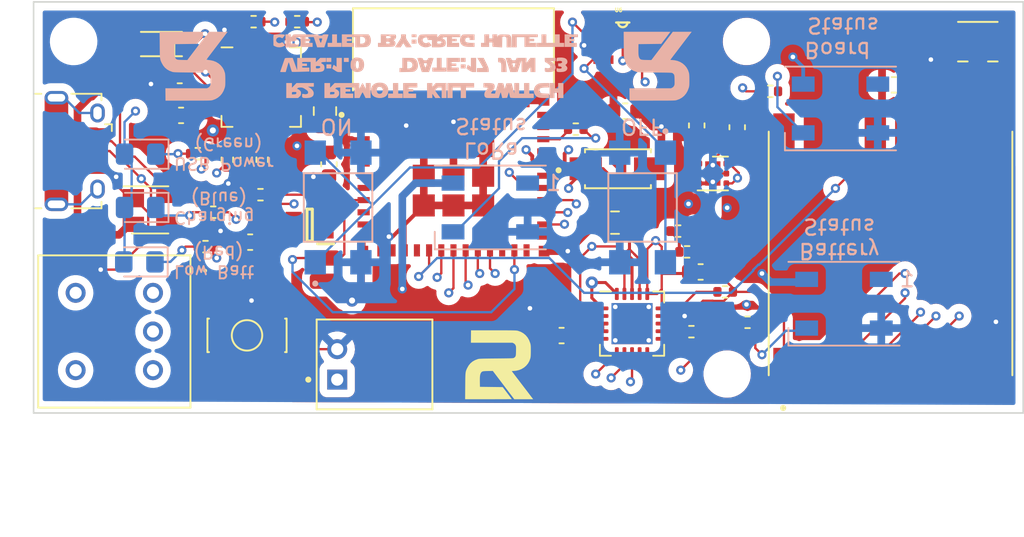
<source format=kicad_pcb>
(kicad_pcb (version 20211014) (generator pcbnew)
  (title_block (title "Kill Switch - Remote") (date "2023-04-12") (rev "1.1") (company "Created by: Greg Hulette") (comment 1 "- Creates WiFi Network for Remote Web Access") (comment 2 "- WiFi to LoRa Bridge") (comment 3 "- Buttons for Master Relay"))
  (layers (0 "F.Cu" signal) (1 "In1.Cu" signal) (2 "In2.Cu" signal) (31 "B.Cu" signal) (34 "B.Paste" user) (35 "F.Paste" user) (36 "B.SilkS" user "B.Silkscreen") (37 "F.SilkS" user "F.Silkscreen") (38 "B.Mask" user) (39 "F.Mask" user) (44 "Edge.Cuts" user))
  (net 0 "")
  (net 1 "+3V3")
  (net 2 "GND")
  (net 3 "RESET")
  (net 4 "Net-(C6-Pad2)")
  (net 5 "VBUS")
  (net 6 "Net-(C9-Pad1)")
  (net 7 "Net-(D1-PadA)")
  (net 8 "USB_DP")
  (net 9 "USB_DN")
  (net 10 "Net-(D4-Pad1)")
  (net 11 "Net-(D5-Pad1)")
  (net 13 "unconnected-(J1-Pad6)")
  (net 14 "Net-(J3-Pad2)")
  (net 16 "Net-(L1-Pad3)")
  (net 19 "DTR")
  (net 20 "RTS")
  (net 21 "GPIO0")
  (net 22 "Net-(R2-Pad1)")
  (net 23 "RXD0")
  (net 24 "Net-(R3-Pad1)")
  (net 25 "TXD0")
  (net 26 "Net-(R4-Pad2)")
  (net 27 "Net-(R6-Pad1)")
  (net 28 "Net-(R7-Pad1)")
  (net 29 "Net-(R8-Pad1)")
  (net 30 "Net-(R9-Pad1)")
  (net 31 "Net-(R10-Pad1)")
  (net 32 "Net-(R11-Pad1)")
  (net 33 "BATT_LEVEL")
  (net 34 "STATUS_LED_DATA")
  (net 35 "BATSTAT_LED_DATA")
  (net 36 "Net-(TH1-Pad1)")
  (net 46 "DI0_LORA")
  (net 47 "RESET_LORA")
  (net 48 "SCK_LORA")
  (net 49 "MISO_LORA")
  (net 50 "MOSI_LORA")
  (net 51 "NSS_LORA")
  (net 54 "OFF_SW_OUT")
  (net 55 "ON_SW_OUT")
  (net 73 "DTS")
  (net 80 "LORA_LED_DATA")
  (net 82 "Net-(S2-Pad1)")
  (net 83 "Net-(D6-Pad1)")
  (net 84 "Net-(L2-Pad3)")
  (net 85 "Net-(L3-Pad3)")
  (net 86 "Net-(S3-Pad1)")
  (net 90 "Net-(J2-Pad1)")
  (footprint "Capacitor_SMD:C_0603_1608Metric" (layer "F.Cu") (at 94.6 88.854 180)
    (fp_text reference "C5")
    (fp_text value ".1uF")
    (pad "1" smd roundrect locked (at -0.775 0 180) (size 0.9 0.95) (layers "F.Cu" "F.Paste" "F.Mask") (net 1 "+3V3"))
    (pad "2" smd roundrect locked (at 0.775 0 180) (size 0.9 0.95) (layers "F.Cu" "F.Paste" "F.Mask") (net 2 "GND"))
  )
  (footprint "MountingHole:MountingHole_2.1mm" (layer "F.Cu") (at 131.826 85.598)
    (fp_text reference "REF**" hide)
    (fp_text value "MountingHole_2.1mm" hide)
    (pad "" np_thru_hole circle locked (at 0 0) (size 2.1 2.1) (drill 2.1) (layers *.Cu *.Mask))
  )
  (footprint "Custom:JST_S2B-PH-K-S(LF)(SN)" (layer "F.Cu") (at 104.944 106.809 90)
    (fp_text reference "J2")
    (fp_text value "S2B-PH-K-S(LF)(SN)")
    (pad "1" thru_hole rect (at -1 0 90) (size 1.308 1.308) (drill 0.8) (layers *.Cu *.Mask) (net 90 "Net-(J2-Pad1)"))
    (pad "2" thru_hole circle (at 1 0 90) (size 1.308 1.308) (drill 0.8) (layers *.Cu *.Mask) (net 2 "GND"))
  )
  (footprint "Package_DFN_QFN:QFN-28-1EP_5x5mm_P0.5mm_EP3.35x3.35mm" (layer "F.Cu") (at 99.952 88.596)
    (fp_text reference "U2")
    (fp_text value "CP2102N-A02-GQFN28")
    (pad "1" smd roundrect locked (at -2.45 -1.5) (size 0.8 0.25) (layers "F.Cu" "F.Paste" "F.Mask"))
    (pad "2" smd roundrect locked (at -2.45 -1) (size 0.8 0.25) (layers "F.Cu" "F.Paste" "F.Mask"))
    (pad "3" smd roundrect locked (at -2.45 -0.5) (size 0.8 0.25) (layers "F.Cu" "F.Paste" "F.Mask") (net 2 "GND"))
    (pad "4" smd roundrect locked (at -2.45 0) (size 0.8 0.25) (layers "F.Cu" "F.Paste" "F.Mask") (net 8 "USB_DP"))
    (pad "5" smd roundrect locked (at -2.45 0.5) (size 0.8 0.25) (layers "F.Cu" "F.Paste" "F.Mask") (net 9 "USB_DN"))
    (pad "6" smd roundrect locked (at -2.45 1) (size 0.8 0.25) (layers "F.Cu" "F.Paste" "F.Mask") (net 1 "+3V3"))
    (pad "7" smd roundrect locked (at -2.45 1.5) (size 0.8 0.25) (layers "F.Cu" "F.Paste" "F.Mask") (net 1 "+3V3"))
    (pad "8" smd roundrect locked (at -1.5 2.45) (size 0.25 0.8) (layers "F.Cu" "F.Paste" "F.Mask") (net 26 "Net-(R4-Pad2)"))
    (pad "9" smd roundrect locked (at -1 2.45) (size 0.25 0.8) (layers "F.Cu" "F.Paste" "F.Mask") (net 27 "Net-(R6-Pad1)"))
    (pad "10" smd roundrect locked (at -0.5 2.45) (size 0.25 0.8) (layers "F.Cu" "F.Paste" "F.Mask"))
    (pad "11" smd roundrect locked (at 0 2.45) (size 0.25 0.8) (layers "F.Cu" "F.Paste" "F.Mask"))
    (pad "12" smd roundrect locked (at 0.5 2.45) (size 0.25 0.8) (layers "F.Cu" "F.Paste" "F.Mask"))
    (pad "13" smd roundrect locked (at 1 2.45) (size 0.25 0.8) (layers "F.Cu" "F.Paste" "F.Mask"))
    (pad "14" smd roundrect locked (at 1.5 2.45) (size 0.25 0.8) (layers "F.Cu" "F.Paste" "F.Mask"))
    (pad "15" smd roundrect locked (at 2.45 1.5) (size 0.8 0.25) (layers "F.Cu" "F.Paste" "F.Mask"))
    (pad "16" smd roundrect locked (at 2.45 1) (size 0.8 0.25) (layers "F.Cu" "F.Paste" "F.Mask"))
    (pad "17" smd roundrect locked (at 2.45 0.5) (size 0.8 0.25) (layers "F.Cu" "F.Paste" "F.Mask"))
    (pad "18" smd roundrect locked (at 2.45 0) (size 0.8 0.25) (layers "F.Cu" "F.Paste" "F.Mask"))
    (pad "19" smd roundrect locked (at 2.45 -0.5) (size 0.8 0.25) (layers "F.Cu" "F.Paste" "F.Mask"))
    (pad "20" smd roundrect locked (at 2.45 -1) (size 0.8 0.25) (layers "F.Cu" "F.Paste" "F.Mask"))
    (pad "21" smd roundrect locked (at 2.45 -1.5) (size 0.8 0.25) (layers "F.Cu" "F.Paste" "F.Mask"))
    (pad "22" smd roundrect locked (at 1.5 -2.45) (size 0.25 0.8) (layers "F.Cu" "F.Paste" "F.Mask"))
    (pad "23" smd roundrect locked (at 1 -2.45) (size 0.25 0.8) (layers "F.Cu" "F.Paste" "F.Mask"))
    (pad "24" smd roundrect locked (at 0.5 -2.45) (size 0.25 0.8) (layers "F.Cu" "F.Paste" "F.Mask") (net 20 "RTS"))
    (pad "25" smd roundrect locked (at 0 -2.45) (size 0.25 0.8) (layers "F.Cu" "F.Paste" "F.Mask") (net 24 "Net-(R3-Pad1)"))
    (pad "26" smd roundrect locked (at -0.5 -2.45) (size 0.25 0.8) (layers "F.Cu" "F.Paste" "F.Mask") (net 22 "Net-(R2-Pad1)"))
    (pad "27" smd roundrect locked (at -1 -2.45) (size 0.25 0.8) (layers "F.Cu" "F.Paste" "F.Mask"))
    (pad "28" smd roundrect locked (at -1.5 -2.45) (size 0.25 0.8) (layers "F.Cu" "F.Paste" "F.Mask") (net 73 "DTS"))
    (pad "29" smd rect locked (at 0 0) (size 3.35 3.35) (layers "F.Cu" "F.Mask") (net 2 "GND"))
  )
  (footprint "Custom:MODULE_ESP32-PICO-MINI-02" (layer "F.Cu") (at 112.579 94.418)
    (fp_text reference "U1")
    (fp_text value "ESP32-PICO-MINI-02")
    (pad "1" smd rect (at -5.9 -4) (size 0.8 0.4) (layers "F.Cu" "F.Paste" "F.Mask") (net 2 "GND"))
    (pad "2" smd rect (at -5.9 -3.2) (size 0.8 0.4) (layers "F.Cu" "F.Paste" "F.Mask") (net 2 "GND"))
    (pad "3" smd rect (at -5.9 -2.4) (size 0.8 0.4) (layers "F.Cu" "F.Paste" "F.Mask") (net 1 "+3V3"))
    (pad "4" smd rect (at -5.9 -1.6) (size 0.8 0.4) (layers "F.Cu" "F.Paste" "F.Mask"))
    (pad "5" smd rect (at -5.9 -0.8) (size 0.8 0.4) (layers "F.Cu" "F.Paste" "F.Mask"))
    (pad "6" smd rect (at -5.9 0) (size 0.8 0.4) (layers "F.Cu" "F.Paste" "F.Mask"))
    (pad "7" smd rect (at -5.9 0.8) (size 0.8 0.4) (layers "F.Cu" "F.Paste" "F.Mask"))
    (pad "8" smd rect (at -5.9 1.6) (size 0.8 0.4) (layers "F.Cu" "F.Paste" "F.Mask") (net 3 "RESET"))
    (pad "9" smd rect (at -5.9 2.4) (size 0.8 0.4) (layers "F.Cu" "F.Paste" "F.Mask"))
    (pad "10" smd rect (at -5.9 3.2) (size 0.8 0.4) (layers "F.Cu" "F.Paste" "F.Mask"))
    (pad "11" smd rect (at -5.9 4) (size 0.8 0.4) (layers "F.Cu" "F.Paste" "F.Mask") (net 2 "GND"))
    (pad "12" smd rect (at -4.8 4.9) (size 0.4 0.8) (layers "F.Cu" "F.Paste" "F.Mask"))
    (pad "13" smd rect (at -4 4.9) (size 0.4 0.8) (layers "F.Cu" "F.Paste" "F.Mask"))
    (pad "14" smd rect (at -3.2 4.9) (size 0.4 0.8) (layers "F.Cu" "F.Paste" "F.Mask") (net 2 "GND"))
    (pad "15" smd rect (at -2.4 4.9) (size 0.4 0.8) (layers "F.Cu" "F.Paste" "F.Mask"))
    (pad "16" smd rect (at -1.6 4.9) (size 0.4 0.8) (layers "F.Cu" "F.Paste" "F.Mask") (net 46 "DI0_LORA"))
    (pad "17" smd rect (at -0.8 4.9) (size 0.4 0.8) (layers "F.Cu" "F.Paste" "F.Mask") (net 47 "RESET_LORA"))
    (pad "18" smd rect (at 0 4.9) (size 0.4 0.8) (layers "F.Cu" "F.Paste" "F.Mask") (net 48 "SCK_LORA"))
    (pad "19" smd rect (at 0.8 4.9) (size 0.4 0.8) (layers "F.Cu" "F.Paste" "F.Mask") (net 49 "MISO_LORA"))
    (pad "20" smd rect (at 1.6 4.9) (size 0.4 0.8) (layers "F.Cu" "F.Paste" "F.Mask") (net 50 "MOSI_LORA"))
    (pad "21" smd rect (at 2.4 4.9) (size 0.4 0.8) (layers "F.Cu" "F.Paste" "F.Mask") (net 51 "NSS_LORA"))
    (pad "22" smd rect (at 3.2 4.9) (size 0.4 0.8) (layers "F.Cu" "F.Paste" "F.Mask"))
    (pad "23" smd rect (at 4 4.9) (size 0.4 0.8) (layers "F.Cu" "F.Paste" "F.Mask") (net 21 "GPIO0"))
    (pad "24" smd rect (at 4.8 4.9) (size 0.4 0.8) (layers "F.Cu" "F.Paste" "F.Mask"))
    (pad "25" smd rect (at 5.9 4) (size 0.8 0.4) (layers "F.Cu" "F.Paste" "F.Mask"))
    (pad "26" smd rect (at 5.9 3.2) (size 0.8 0.4) (layers "F.Cu" "F.Paste" "F.Mask") (net 80 "LORA_LED_DATA"))
    (pad "27" smd rect (at 5.9 2.4) (size 0.8 0.4) (layers "F.Cu" "F.Paste" "F.Mask") (net 54 "OFF_SW_OUT"))
    (pad "28" smd rect (at 5.9 1.6) (size 0.8 0.4) (layers "F.Cu" "F.Paste" "F.Mask") (net 55 "ON_SW_OUT"))
    (pad "29" smd rect (at 5.9 0.8) (size 0.8 0.4) (layers "F.Cu" "F.Paste" "F.Mask") (net 35 "BATSTAT_LED_DATA"))
    (pad "30" smd rect (at 5.9 0) (size 0.8 0.4) (layers "F.Cu" "F.Paste" "F.Mask") (net 23 "RXD0"))
    (pad "31" smd rect (at 5.9 -0.8) (size 0.8 0.4) (layers "F.Cu" "F.Paste" "F.Mask") (net 25 "TXD0"))
    (pad "32" smd rect (at 5.9 -1.6) (size 0.8 0.4) (layers "F.Cu" "F.Paste" "F.Mask"))
    (pad "33" smd rect (at 5.9 -2.4) (size 0.8 0.4) (layers "F.Cu" "F.Paste" "F.Mask") (net 34 "STATUS_LED_DATA"))
    (pad "34" smd rect (at 5.9 -3.2) (size 0.8 0.4) (layers "F.Cu" "F.Paste" "F.Mask"))
    (pad "35" smd rect (at 5.9 -4) (size 0.8 0.4) (layers "F.Cu" "F.Paste" "F.Mask"))
    (pad "36" smd rect (at 4.8 -4.9) (size 0.4 0.8) (layers "F.Cu" "F.Paste" "F.Mask") (net 2 "GND"))
    (pad "37" smd rect (at 4 -4.9) (size 0.4 0.8) (layers "F.Cu" "F.Paste" "F.Mask") (net 2 "GND"))
    (pad "38" smd rect (at 3.2 -4.9) (size 0.4 0.8) (layers "F.Cu" "F.Paste" "F.Mask") (net 2 "GND"))
    (pad "39" smd rect (at 2.4 -4.9) (size 0.4 0.8) (layers "F.Cu" "F.Paste" "F.Mask") (net 2 "GND"))
    (pad "40" smd rect (at 1.6 -4.9) (size 0.4 0.8) (layers "F.Cu" "F.Paste" "F.Mask") (net 2 "GND"))
    (pad "41" smd rect (at 0.8 -4.9) (size 0.4 0.8) (layers "F.Cu" "F.Paste" "F.Mask") (net 2 "GND"))
    (pad "42" smd rect (at 0 -4.9) (size 0.4 0.8) (layers "F.Cu" "F.Paste" "F.Mask") (net 2 "GND"))
    (pad "43" smd rect (at -0.8 -4.9) (size 0.4 0.8) (layers "F.Cu" "F.Paste" "F.Mask") (net 2 "GND"))
    (pad "44" smd rect (at -1.6 -4.9) (size 0.4 0.8) (layers "F.Cu" "F.Paste" "F.Mask") (net 2 "GND"))
    (pad "45" smd rect (at -2.4 -4.9) (size 0.4 0.8) (layers "F.Cu" "F.Paste" "F.Mask") (net 2 "GND"))
    (pad "46" smd rect (at -3.2 -4.9) (size 0.4 0.8) (layers "F.Cu" "F.Paste" "F.Mask") (net 2 "GND"))
    (pad "47" smd rect (at -4 -4.9) (size 0.4 0.8) (layers "F.Cu" "F.Paste" "F.Mask") (net 2 "GND"))
    (pad "48" smd rect (at -4.8 -4.9) (size 0.4 0.8) (layers "F.Cu" "F.Paste" "F.Mask") (net 2 "GND"))
    (pad "49" smd rect (at 0 0) (size 1.45 1.45) (layers "F.Cu" "F.Paste" "F.Mask") (net 2 "GND"))
    (pad "50" smd rect (at 5.95 -4.95) (size 0.7 0.7) (layers "F.Cu" "F.Paste" "F.Mask") (net 2 "GND"))
    (pad "51" smd rect (at 5.95 4.95) (size 0.7 0.7) (layers "F.Cu" "F.Paste" "F.Mask") (net 2 "GND"))
    (pad "52" smd rect (at -5.95 4.95) (size 0.7 0.7) (layers "F.Cu" "F.Paste" "F.Mask") (net 2 "GND"))
    (pad "53" smd rect (at -5.95 -4.95) (size 0.7 0.7) (layers "F.Cu" "F.Paste" "F.Mask") (net 2 "GND"))
    (pad "54" smd rect (at -1.95 0) (size 1.45 1.45) (layers "F.Cu" "F.Paste" "F.Mask") (net 2 "GND"))
    (pad "55" smd rect (at -1.95 1.95) (size 1.45 1.45) (layers "F.Cu" "F.Paste" "F.Mask") (net 2 "GND"))
    (pad "56" smd rect (at 0 1.95) (size 1.45 1.45) (layers "F.Cu" "F.Paste" "F.Mask") (net 2 "GND"))
    (pad "57" smd rect (at 1.95 1.95) (size 1.45 1.45) (layers "F.Cu" "F.Paste" "F.Mask") (net 2 "GND"))
    (pad "58" smd rect (at 1.95 0) (size 1.45 1.45) (layers "F.Cu" "F.Paste" "F.Mask") (net 2 "GND"))
    (pad "59" smd rect (at 1.95 -1.95) (size 1.45 1.45) (layers "F.Cu" "F.Paste" "F.Mask") (net 2 "GND"))
    (pad "60" smd rect (at 0 -1.95) (size 1.45 1.45) (layers "F.Cu" "F.Paste" "F.Mask") (net 2 "GND"))
    (pad "61" smd custom (at -1.95 -1.95) (size 0.5 0.5) (layers "F.Cu") (net 2 "GND") (options (clearance outline) (anchor rect)) (primitives (gr_poly (pts (xy 0.725 0.725) (xy -0.725 0.725) (xy -0.725 -0.125) (xy -0.125 -0.725) (xy 0.725 -0.725)) (width 0.01) (fill yes))))
    (zone (net 0) (net_name "") (layer "F.Cu") (connect_pads (clearance 0)) (min_thickness 0.01)
      (keepout (tracks not_allowed) (vias not_allowed) (pads not_allowed) (copperpour not_allowed) (footprints allowed))
      (fill (thermal_gap 0.508) (thermal_bridge_width 0.508))
      (polygon (pts (xy 105.979 83.418) (xy 119.179 83.418) (xy 119.179 88.818) (xy 105.979 88.818)))
    )
    (zone (net 0) (net_name "") (layer "B.Cu") (connect_pads (clearance 0)) (min_thickness 0.01)
      (keepout (tracks not_allowed) (vias not_allowed) (pads not_allowed) (copperpour not_allowed) (footprints allowed))
      (fill (thermal_gap 0.508) (thermal_bridge_width 0.508))
      (polygon (pts (xy 105.979 83.418) (xy 119.179 83.418) (xy 119.179 88.818) (xy 105.979 88.818)))
    )
  )
  (footprint "Connector_Wire:SolderWirePad_1x01_SMD_1x2mm" (layer "F.Cu") (at 104.14 101.346 90)
    (fp_text reference "REF**" hide)
    (fp_text value "SolderWirePad_1x01_SMD_1x2mm" hide)
    (pad "1" smd roundrect locked (at 0 0 90) (size 1 2) (layers "F.Cu" "F.Paste" "F.Mask") (net 2 "GND"))
  )
  (footprint "Resistor_SMD:R_0402_1005Metric" (layer "F.Cu") (at 127.338 98.054 180)
    (fp_text reference "R13")
    (fp_text value "100K")
    (pad "1" smd roundrect locked (at -0.51 0 180) (size 0.54 0.64) (layers "F.Cu" "F.Paste" "F.Mask") (net 2 "GND"))
    (pad "2" smd roundrect locked (at 0.51 0 180) (size 0.54 0.64) (layers "F.Cu" "F.Paste" "F.Mask") (net 33 "BATT_LEVEL"))
  )
  (footprint "Capacitor_SMD:C_0603_1608Metric" (layer "F.Cu") (at 141.504 88.446)
    (fp_text reference "C10")
    (fp_text value ".1uF")
    (pad "1" smd roundrect locked (at -0.775 0) (size 0.9 0.95) (layers "F.Cu" "F.Paste" "F.Mask") (net 1 "+3V3"))
    (pad "2" smd roundrect locked (at 0.775 0) (size 0.9 0.95) (layers "F.Cu" "F.Paste" "F.Mask") (net 2 "GND"))
  )
  (footprint "Resistor_SMD:R_0402_1005Metric" (layer "F.Cu") (at 131.896 104.044 180)
    (fp_text reference "R17")
    (fp_text value "470")
    (pad "1" smd roundrect locked (at -0.51 0 180) (size 0.54 0.64) (layers "F.Cu" "F.Paste" "F.Mask") (net 85 "Net-(L3-Pad3)"))
    (pad "2" smd roundrect locked (at 0.51 0 180) (size 0.54 0.64) (layers "F.Cu" "F.Paste" "F.Mask") (net 35 "BATSTAT_LED_DATA"))
  )
  (footprint "Capacitor_SMD:C_0603_1608Metric" (layer "F.Cu") (at 128.558 91.114 -90)
    (fp_text reference "C7")
    (fp_text value "1uF")
    (pad "1" smd roundrect locked (at -0.775 0 270) (size 0.9 0.95) (layers "F.Cu" "F.Paste" "F.Mask") (net 2 "GND"))
    (pad "2" smd roundrect locked (at 0.775 0 270) (size 0.9 0.95) (layers "F.Cu" "F.Paste" "F.Mask") (net 1 "+3V3"))
  )
  (footprint "Capacitor_SMD:C_0603_1608Metric" (layer "F.Cu") (at 99.226 98.78 180)
    (fp_text reference "C3")
    (fp_text value ".1uF")
    (pad "1" smd roundrect locked (at -0.775 0 180) (size 0.9 0.95) (layers "F.Cu" "F.Paste" "F.Mask") (net 3 "RESET"))
    (pad "2" smd roundrect locked (at 0.775 0 180) (size 0.9 0.95) (layers "F.Cu" "F.Paste" "F.Mask") (net 2 "GND"))
  )
  (footprint "Capacitor_SMD:C_0805_2012Metric" (layer "F.Cu") (at 104.14 90.17 90)
    (fp_text reference "C1")
    (fp_text value "10uF")
    (pad "1" smd roundrect locked (at -0.95 0 90) (size 1 1.45) (layers "F.Cu" "F.Paste" "F.Mask") (net 1 "+3V3"))
    (pad "2" smd roundrect locked (at 0.95 0 90) (size 1 1.45) (layers "F.Cu" "F.Paste" "F.Mask") (net 2 "GND"))
  )
  (footprint "Connector_USB:USB_Micro-B_Amphenol_10118194_Horizontal" (layer "F.Cu") (at 87.8 92.794 -90)
    (fp_text reference "J1")
    (fp_text value "USB_B_Micro")
    (pad "1" smd rect locked (at -1.3 -1.4 270) (size 0.4 1.35) (layers "F.Cu" "F.Paste" "F.Mask") (net 7 "Net-(D1-PadA)"))
    (pad "2" smd rect locked (at -0.65 -1.4 270) (size 0.4 1.35) (layers "F.Cu" "F.Paste" "F.Mask") (net 9 "USB_DN"))
    (pad "3" smd rect locked (at 0 -1.4 270) (size 0.4 1.35) (layers "F.Cu" "F.Paste" "F.Mask") (net 8 "USB_DP"))
    (pad "4" smd rect locked (at 0.65 -1.4 270) (size 0.4 1.35) (layers "F.Cu" "F.Paste" "F.Mask"))
    (pad "5" smd rect locked (at 1.3 -1.4 270) (size 0.4 1.35) (layers "F.Cu" "F.Paste" "F.Mask") (net 2 "GND"))
    (pad "6" smd rect locked (at 2.9 1.3 270) (size 1.2 1.55) (layers "F.Cu" "F.Paste" "F.Mask") (net 13 "unconnected-(J1-Pad6)"))
    (pad "6" smd rect locked (at -1 1.3 270) (size 1.5 1.55) (layers "F.Cu" "F.Paste" "F.Mask") (net 13 "unconnected-(J1-Pad6)"))
    (pad "6" thru_hole oval locked (at 2.5 -1.4 270) (size 1.25 0.95) (drill oval 0.85 0.55) (layers *.Cu *.Mask) (net 13 "unconnected-(J1-Pad6)"))
    (pad "6" thru_hole oval locked (at 3.5 1.3 270) (size 0.89 1.55) (drill oval 0.5 1.15) (layers *.Cu *.Mask) (net 13 "unconnected-(J1-Pad6)"))
    (pad "6" thru_hole oval locked (at -3.5 1.3 270) (size 0.89 1.55) (drill oval 0.5 1.15) (layers *.Cu *.Mask) (net 13 "unconnected-(J1-Pad6)"))
    (pad "6" smd rect locked (at -2.9 1.3 270) (size 1.2 1.55) (layers "F.Cu" "F.Paste" "F.Mask") (net 13 "unconnected-(J1-Pad6)"))
    (pad "6" smd rect locked (at 1 1.3 270) (size 1.5 1.55) (layers "F.Cu" "F.Paste" "F.Mask") (net 13 "unconnected-(J1-Pad6)"))
    (pad "6" thru_hole oval locked (at -2.5 -1.4 270) (size 1.25 0.95) (drill oval 0.85 0.55) (layers *.Cu *.Mask) (net 13 "unconnected-(J1-Pad6)"))
  )
  (footprint "Resistor_SMD:R_0402_1005Metric" (layer "F.Cu") (at 100.016 93.364 -90)
    (fp_text reference "R6")
    (fp_text value "1K")
    (pad "1" smd roundrect locked (at -0.51 0 270) (size 0.54 0.64) (layers "F.Cu" "F.Paste" "F.Mask") (net 27 "Net-(R6-Pad1)"))
    (pad "2" smd roundrect locked (at 0.51 0 270) (size 0.54 0.64) (layers "F.Cu" "F.Paste" "F.Mask") (net 1 "+3V3"))
  )
  (footprint "Package_SON:WSON-6-1EP_2x2mm_P0.65mm_EP1x1.6mm_ThermalVias" (layer "F.Cu") (at 129.614 94.27)
    (fp_text reference "U3")
    (fp_text value "LP5912-3.3DRV")
    (pad "1" smd roundrect locked (at -0.8875 -0.65) (size 0.375 0.4) (layers "F.Cu" "F.Paste" "F.Mask") (net 1 "+3V3"))
    (pad "2" smd roundrect locked (at -0.8875 0) (size 0.375 0.4) (layers "F.Cu" "F.Paste" "F.Mask"))
    (pad "3" smd roundrect locked (at -0.8875 0.65) (size 0.375 0.4) (layers "F.Cu" "F.Paste" "F.Mask") (net 2 "GND"))
    (pad "4" smd roundrect locked (at 0.8875 0.65) (size 0.375 0.4) (layers "F.Cu" "F.Paste" "F.Mask") (net 4 "Net-(C6-Pad2)"))
    (pad "5" smd roundrect locked (at 0.8875 0) (size 0.375 0.4) (layers "F.Cu" "F.Paste" "F.Mask") (net 2 "GND"))
    (pad "6" smd roundrect locked (at 0.8875 -0.65) (size 0.375 0.4) (layers "F.Cu" "F.Paste" "F.Mask") (net 4 "Net-(C6-Pad2)"))
    (pad "7" smd rect locked (at 0 0) (size 1 1.6) (layers "F.Cu" "F.Mask") (net 2 "GND"))
    (pad "7" thru_hole circle locked (at 0 0.55) (size 0.5 0.5) (drill 0.3) (layers *.Cu) (net 2 "GND"))
    (pad "7" smd rect locked (at 0 0) (size 0.5 1.6) (layers "B.Cu") (net 2 "GND"))
    (pad "7" thru_hole circle locked (at 0 -0.55) (size 0.5 0.5) (drill 0.3) (layers *.Cu) (net 2 "GND"))
  )
  (footprint "Resistor_SMD:R_0402_1005Metric" (layer "F.Cu") (at 98.97 93.364 -90)
    (fp_text reference "R5")
    (fp_text value "47.5K")
    (pad "1" smd roundrect locked (at -0.51 0 270) (size 0.54 0.64) (layers "F.Cu" "F.Paste" "F.Mask") (net 26 "Net-(R4-Pad2)"))
    (pad "2" smd roundrect locked (at 0.51 0 270) (size 0.54 0.64) (layers "F.Cu" "F.Paste" "F.Mask") (net 2 "GND"))
  )
  (footprint "Package_DFN_QFN:QFN-20-1EP_4x4mm_P0.5mm_EP2.7x2.7mm_ThermalVias" (layer "F.Cu") (at 124.308 104.13)
    (fp_text reference "U4")
    (fp_text value "MCP73871-2CC-Custom")
    (pad "1" smd roundrect locked (at -1.95 -1) (size 0.8 0.25) (layers "F.Cu" "F.Paste" "F.Mask") (net 4 "Net-(C6-Pad2)"))
    (pad "2" smd roundrect locked (at -1.95 -0.5) (size 0.8 0.25) (layers "F.Cu" "F.Paste" "F.Mask") (net 5 "VBUS"))
    (pad "3" smd roundrect locked (at -1.95 0) (size 0.8 0.25) (layers "F.Cu" "F.Paste" "F.Mask") (net 2 "GND"))
    (pad "4" smd roundrect locked (at -1.95 0.5) (size 0.8 0.25) (layers "F.Cu" "F.Paste" "F.Mask") (net 2 "GND"))
    (pad "5" smd roundrect locked (at -1.95 1) (size 0.8 0.25) (layers "F.Cu" "F.Paste" "F.Mask") (net 36 "Net-(TH1-Pad1)"))
    (pad "6" smd roundrect locked (at -1 1.95) (size 0.25 0.8) (layers "F.Cu" "F.Paste" "F.Mask") (net 28 "Net-(R7-Pad1)"))
    (pad "7" smd roundrect locked (at -0.5 1.95) (size 0.25 0.8) (layers "F.Cu" "F.Paste" "F.Mask") (net 29 "Net-(R8-Pad1)"))
    (pad "8" smd roundrect locked (at 0 1.95) (size 0.25 0.8) (layers "F.Cu" "F.Paste" "F.Mask") (net 30 "Net-(R9-Pad1)"))
    (pad "9" smd roundrect locked (at 0.5 1.95) (size 0.25 0.8) (layers "F.Cu" "F.Paste" "F.Mask") (net 2 "GND"))
    (pad "10" smd roundrect locked (at 1 1.95) (size 0.25 0.8) (layers "F.Cu" "F.Paste" "F.Mask") (net 2 "GND"))
    (pad "11" smd roundrect locked (at 1.95 1) (size 0.8 0.25) (layers "F.Cu" "F.Paste" "F.Mask") (net 2 "GND"))
    (pad "12" smd roundrect locked (at 1.95 0.5) (size 0.8 0.25) (layers "F.Cu" "F.Paste" "F.Mask") (net 32 "Net-(R11-Pad1)"))
    (pad "13" smd roundrect locked (at 1.95 0) (size 0.8 0.25) (layers "F.Cu" "F.Paste" "F.Mask") (net 31 "Net-(R10-Pad1)"))
    (pad "14" smd roundrect locked (at 1.95 -0.5) (size 0.8 0.25) (layers "F.Cu" "F.Paste" "F.Mask") (net 6 "Net-(C9-Pad1)"))
    (pad "15" smd roundrect locked (at 1.95 -1) (size 0.8 0.25) (layers "F.Cu" "F.Paste" "F.Mask") (net 6 "Net-(C9-Pad1)"))
    (pad "16" smd roundrect locked (at 1 -1.95) (size 0.25 0.8) (layers "F.Cu" "F.Paste" "F.Mask") (net 6 "Net-(C9-Pad1)"))
    (pad "17" smd roundrect locked (at 0.5 -1.95) (size 0.25 0.8) (layers "F.Cu" "F.Paste" "F.Mask") (net 5 "VBUS"))
    (pad "18" smd roundrect locked (at 0 -1.95) (size 0.25 0.8) (layers "F.Cu" "F.Paste" "F.Mask") (net 5 "VBUS"))
    (pad "19" smd roundrect locked (at -0.5 -1.95) (size 0.25 0.8) (layers "F.Cu" "F.Paste" "F.Mask") (net 5 "VBUS"))
    (pad "20" smd roundrect locked (at -1 -1.95) (size 0.25 0.8) (layers "F.Cu" "F.Paste" "F.Mask") (net 4 "Net-(C6-Pad2)"))
    (pad "21" smd rect locked (at 0 0) (size 2.7 2.7) (layers "F.Cu" "F.Mask"))
    (pad "21" thru_hole circle locked (at 1.1 -1.1) (size 0.5 0.5) (drill 0.3) (layers *.Cu))
    (pad "21" thru_hole circle locked (at -1.1 -1.1) (size 0.5 0.5) (drill 0.3) (layers *.Cu))
    (pad "21" smd rect locked (at 0 0) (size 2.7 2.7) (layers "B.Cu"))
    (pad "21" thru_hole circle locked (at -1.1 1.1) (size 0.5 0.5) (drill 0.3) (layers *.Cu))
    (pad "21" thru_hole circle locked (at 1.1 1.1) (size 0.5 0.5) (drill 0.3) (layers *.Cu))
  )
  (footprint "Resistor_SMD:R_0402_1005Metric" (layer "F.Cu") (at 127.926 99.418)
    (fp_text reference "R12")
    (fp_text value "100K")
    (pad "1" smd roundrect locked (at -0.51 0) (size 0.54 0.64) (layers "F.Cu" "F.Paste" "F.Mask") (net 33 "BATT_LEVEL"))
    (pad "2" smd roundrect locked (at 0.51 0) (size 0.54 0.64) (layers "F.Cu" "F.Paste" "F.Mask") (net 6 "Net-(C9-Pad1)"))
  )
  (footprint "Resistor_SMD:R_0402_1005Metric" (layer "F.Cu") (at 130.426 102.046)
    (fp_text reference "R10")
    (fp_text value "10K")
    (pad "1" smd roundrect locked (at -0.51 0) (size 0.54 0.64) (layers "F.Cu" "F.Paste" "F.Mask") (net 31 "Net-(R10-Pad1)"))
    (pad "2" smd roundrect locked (at 0.51 0) (size 0.54 0.64) (layers "F.Cu" "F.Paste" "F.Mask") (net 2 "GND"))
  )
  (footprint "Resistor_SMD:R_0402_1005Metric" (layer "F.Cu") (at 95.78392 92.97 180)
    (fp_text reference "R7")
    (fp_text value "82")
    (pad "1" smd roundrect locked (at -0.51 0 180) (size 0.54 0.64) (layers "F.Cu" "F.Paste" "F.Mask") (net 28 "Net-(R7-Pad1)"))
    (pad "2" smd roundrect locked (at 0.51 0 180) (size 0.54 0.64) (layers "F.Cu" "F.Paste" "F.Mask") (net 10 "Net-(D4-Pad1)"))
  )
  (footprint "Capacitor_SMD:C_0603_1608Metric" (layer "F.Cu") (at 128.814 100.736)
    (fp_text reference "C9")
    (fp_text value "4.7uF")
    (pad "1" smd roundrect locked (at -0.775 0) (size 0.9 0.95) (layers "F.Cu" "F.Paste" "F.Mask") (net 6 "Net-(C9-Pad1)"))
    (pad "2" smd roundrect locked (at 0.775 0) (size 0.9 0.95) (layers "F.Cu" "F.Paste" "F.Mask") (net 2 "GND"))
  )
  (footprint "Resistor_SMD:R_0402_1005Metric" (layer "F.Cu") (at 133.39 88.872 180)
    (fp_text reference "R14")
    (fp_text value "470")
    (pad "1" smd roundrect locked (at -0.51 0 180) (size 0.54 0.64) (layers "F.Cu" "F.Paste" "F.Mask") (net 16 "Net-(L1-Pad3)"))
    (pad "2" smd roundrect locked (at 0.51 0 180) (size 0.54 0.64) (layers "F.Cu" "F.Paste" "F.Mask") (net 80 "LORA_LED_DATA"))
  )
  (footprint "Resistor_SMD:R_0402_1005Metric" (layer "F.Cu") (at 97.728 93.368 90)
    (fp_text reference "R4")
    (fp_text value "22.1K")
    (pad "1" smd roundrect locked (at -0.51 0 90) (size 0.54 0.64) (layers "F.Cu" "F.Paste" "F.Mask") (net 5 "VBUS"))
    (pad "2" smd roundrect locked (at 0.51 0 90) (size 0.54 0.64) (layers "F.Cu" "F.Paste" "F.Mask") (net 26 "Net-(R4-Pad2)"))
  )
  (footprint "Custom:SOT95P280X145-6N" (layer "F.Cu") (at 123.698 85.852)
    (fp_text reference "U6" (at -0.27652 -2.31728) (layer "F.SilkS") (effects (font (size 0.25 0.25) (thickness 0.0625))))
    (fp_text value "MAX6817EUT+T")
    (pad "1" smd rect (at -1.27 -0.9398) (size 1.3208 0.5588) (layers "F.Cu" "F.Paste" "F.Mask") (net 82 "Net-(S2-Pad1)"))
    (pad "2" smd rect (at -1.27 0) (size 1.3208 0.5588) (layers "F.Cu" "F.Paste" "F.Mask") (net 2 "GND"))
    (pad "3" smd rect (at -1.27 0.9398) (size 1.3208 0.5588) (layers "F.Cu" "F.Paste" "F.Mask") (net 86 "Net-(S3-Pad1)"))
    (pad "4" smd rect (at 1.27 0.9398) (size 1.3208 0.5588) (layers "F.Cu" "F.Paste" "F.Mask") (net 54 "OFF_SW_OUT"))
    (pad "5" smd rect (at 1.27 0) (size 1.3208 0.5588) (layers "F.Cu" "F.Paste" "F.Mask") (net 1 "+3V3"))
    (pad "6" smd rect (at 1.27 -0.9398) (size 1.3208 0.5588) (layers "F.Cu" "F.Paste" "F.Mask") (net 55 "ON_SW_OUT"))
  )
  (footprint "Custom:SMAJ5.0_DIOM4325X250N" (layer "F.Cu") (at 123.383 93.958)
    (fp_text reference "D3")
    (fp_text value "SMAJ5.0")
    (pad "A" smd rect (at 2.115 0) (size 2.12 1.5) (layers "F.Cu" "F.Paste" "F.Mask") (net 2 "GND"))
    (pad "C" smd rect (at -2.115 0) (size 2.12 1.5) (layers "F.Cu" "F.Paste" "F.Mask") (net 5 "VBUS"))
  )
  (footprint "Custom:SOD3716X135N" (layer "F.Cu") (at 93.3985 85.7685 180)
    (fp_text reference "D1")
    (fp_text value "B5819W-TP")
    (pad "A" smd rect (at 1.6383 0 180) (size 0.9144 1.2192) (layers "F.Cu" "F.Paste" "F.Mask") (net 7 "Net-(D1-PadA)"))
    (pad "C" smd rect (at -1.6383 0 180) (size 0.9144 1.2192) (layers "F.Cu" "F.Paste" "F.Mask") (net 5 "VBUS"))
  )
  (footprint "MountingHole:MountingHole_2.1mm" (layer "F.Cu") (at 87.63 85.598)
    (fp_text reference "REF**" hide)
    (fp_text value "MountingHole_2.1mm" hide)
    (pad "" np_thru_hole circle locked (at 0 0) (size 2.1 2.1) (drill 2.1) (layers *.Cu *.Mask))
  )
  (footprint "Resistor_SMD:R_0402_1005Metric" (layer "F.Cu") (at 102.314 84.3)
    (fp_text reference "R3")
    (fp_text value "1K")
    (pad "1" smd roundrect locked (at -0.51 0) (size 0.54 0.64) (layers "F.Cu" "F.Paste" "F.Mask") (net 24 "Net-(R3-Pad1)"))
    (pad "2" smd roundrect locked (at 0.51 0) (size 0.54 0.64) (layers "F.Cu" "F.Paste" "F.Mask") (net 25 "TXD0"))
  )
  (footprint "Custom:RFM95W-915S2" (layer "F.Cu") (at 141.287 99.522 90)
    (fp_text reference "U5")
    (fp_text value "RFM95W-915S2")
    (pad "1" smd rect (at -7.7 -7 90) (size 3 1.4) (layers "F.Cu" "F.Paste" "F.Mask") (net 2 "GND"))
    (pad "2" smd rect (at -7.7 -5 90) (size 3 1.4) (layers "F.Cu" "F.Paste" "F.Mask") (net 49 "MISO_LORA"))
    (pad "3" smd rect (at -7.7 -3 90) (size 3 1.4) (layers "F.Cu" "F.Paste" "F.Mask") (net 50 "MOSI_LORA"))
    (pad "4" smd rect (at -7.7 -1 90) (size 3 1.4) (layers "F.Cu" "F.Paste" "F.Mask") (net 48 "SCK_LORA"))
    (pad "5" smd rect (at -7.7 1 90) (size 3 1.4) (layers "F.Cu" "F.Paste" "F.Mask") (net 51 "NSS_LORA"))
    (pad "6" smd rect (at -7.7 3 90) (size 3 1.4) (layers "F.Cu" "F.Paste" "F.Mask") (net 47 "RESET_LORA"))
    (pad "7" smd rect (at -7.7 5 90) (size 3 1.4) (layers "F.Cu" "F.Paste" "F.Mask"))
    (pad "8" smd rect (at -7.7 7 90) (size 3 1.4) (layers "F.Cu" "F.Paste" "F.Mask") (net 2 "GND"))
    (pad "9" smd rect (at 7.7 7 90) (size 3 1.4) (layers "F.Cu" "F.Paste" "F.Mask") (net 14 "Net-(J3-Pad2)"))
    (pad "10" smd rect (at 7.7 5 90) (size 3 1.4) (layers "F.Cu" "F.Paste" "F.Mask") (net 2 "GND"))
    (pad "11" smd rect (at 7.7 3 90) (size 3 1.4) (layers "F.Cu" "F.Paste" "F.Mask"))
    (pad "12" smd rect (at 7.7 1 90) (size 3 1.4) (layers "F.Cu" "F.Paste" "F.Mask"))
    (pad "13" smd rect (at 7.7 -1 90) (size 3 1.4) (layers "F.Cu" "F.Paste" "F.Mask") (net 1 "+3V3"))
    (pad "14" smd rect (at 7.7 -3 90) (size 3 1.4) (layers "F.Cu" "F.Paste" "F.Mask") (net 46 "DI0_LORA"))
    (pad "15" smd rect (at 7.7 -5 90) (size 3 1.4) (layers "F.Cu" "F.Paste" "F.Mask"))
    (pad "16" smd rect (at 7.7 -7 90) (size 3 1.4) (layers "F.Cu" "F.Paste" "F.Mask"))
  )
  (footprint "Capacitor_SMD:C_0603_1608Metric" (layer "F.Cu") (at 119.68 104.916 180)
    (fp_text reference "TH1")
    (fp_text value "10K")
    (pad "1" smd roundrect locked (at -0.775 0 180) (size 0.9 0.95) (layers "F.Cu" "F.Paste" "F.Mask") (net 36 "Net-(TH1-Pad1)"))
    (pad "2" smd roundrect locked (at 0.775 0 180) (size 0.9 0.95) (layers "F.Cu" "F.Paste" "F.Mask") (net 2 "GND"))
  )
  (footprint "Capacitor_SMD:C_0603_1608Metric" (layer "F.Cu") (at 104.4 93.666 -90)
    (fp_text reference "C2")
    (fp_text value ".1uF")
    (pad "1" smd roundrect locked (at -0.775 0 270) (size 0.9 0.95) (layers "F.Cu" "F.Paste" "F.Mask") (net 1 "+3V3"))
    (pad "2" smd roundrect locked (at 0.775 0 270) (size 0.9 0.95) (layers "F.Cu" "F.Paste" "F.Mask") (net 2 "GND"))
  )
  (footprint "Custom:SOT65P230X110-6N" (layer "F.Cu") (at 103.133 97.662 180)
    (fp_text reference "Q2")
    (fp_text value "UMH3N")
    (pad "1" smd rect (at -1.05 -0.65 180) (size 1.05 0.45) (layers "F.Cu" "F.Paste" "F.Mask") (net 20 "RTS"))
    (pad "2" smd rect (at -1.05 0 180) (size 1.05 0.45) (layers "F.Cu" "F.Paste" "F.Mask") (net 19 "DTR"))
    (pad "3" smd rect (at -1.05 0.65 180) (size 1.05 0.45) (layers "F.Cu" "F.Paste" "F.Mask") (net 21 "GPIO0"))
    (pad "4" smd rect (at 1.05 0.65 180) (size 1.05 0.45) (layers "F.Cu" "F.Paste" "F.Mask") (net 19 "DTR"))
    (pad "5" smd rect (at 1.05 0 180) (size 1.05 0.45) (layers "F.Cu" "F.Paste" "F.Mask") (net 20 "RTS"))
    (pad "6" smd rect (at 1.05 -0.65 180) (size 1.05 0.45) (layers "F.Cu" "F.Paste" "F.Mask") (net 3 "RESET"))
  )
  (footprint "MountingHole:MountingHole_2.1mm" (layer "F.Cu") (at 130.556 107.442)
    (fp_text reference "REF**" hide)
    (fp_text value "MountingHole_2.1mm" hide)
    (pad "" np_thru_hole circle locked (at 0 0) (size 2.1 2.1) (drill 2.1) (layers *.Cu *.Mask))
  )
  (footprint "Connector_Wire:SolderWirePad_1x01_SMD_1x2mm" (layer "F.Cu") (at 104.14 99.822 90)
    (fp_text reference "REF**" hide)
    (fp_text value "SolderWirePad_1x01_SMD_1x2mm" hide)
    (pad "1" smd roundrect locked (at 0 0 90) (size 1 2) (layers "F.Cu" "F.Paste" "F.Mask") (net 21 "GPIO0"))
  )
  (footprint "Capacitor_SMD:C_0805_2012Metric" (layer "F.Cu") (at 123.19 97.498 180)
    (fp_text reference "C8")
    (fp_text value "10uF")
    (pad "1" smd roundrect locked (at -0.95 0 180) (size 1 1.45) (layers "F.Cu" "F.Paste" "F.Mask") (net 5 "VBUS"))
    (pad "2" smd roundrect locked (at 0.95 0 180) (size 1 1.45) (layers "F.Cu" "F.Paste" "F.Mask") (net 2 "GND"))
  )
  (footprint "Capacitor_SMD:C_0603_1608Metric" (layer "F.Cu") (at 131.216 91.232 90)
    (fp_text reference "C6")
    (fp_text value "1uF")
    (pad "1" smd roundrect locked (at -0.775 0 90) (size 0.9 0.95) (layers "F.Cu" "F.Paste" "F.Mask") (net 2 "GND"))
    (pad "2" smd roundrect locked (at 0.775 0 90) (size 0.9 0.95) (layers "F.Cu" "F.Paste" "F.Mask") (net 4 "Net-(C6-Pad2)"))
  )
  (footprint "Resistor_SMD:R_0402_1005Metric" (layer "F.Cu") (at 128.208 104.66)
    (fp_text reference "R11")
    (fp_text value "100K")
    (pad "1" smd roundrect locked (at -0.51 0) (size 0.54 0.64) (layers "F.Cu" "F.Paste" "F.Mask") (net 32 "Net-(R11-Pad1)"))
    (pad "2" smd roundrect locked (at 0.51 0) (size 0.54 0.64) (layers "F.Cu" "F.Paste" "F.Mask") (net 2 "GND"))
  )
  (footprint "Package_TO_SOT_SMD:SOT-143" (layer "F.Cu") (at 92.654 96.66)
    (fp_text reference "D2")
    (fp_text value "SP0503BAHTG")
    (pad "1" smd rect locked (at -1.1 -0.77 270) (size 1.2 1.4) (layers "F.Cu" "F.Paste" "F.Mask") (net 2 "GND"))
    (pad "2" smd rect locked (at -1.1 0.95 270) (size 1 1.4) (layers "F.Cu" "F.Paste" "F.Mask") (net 7 "Net-(D1-PadA)"))
    (pad "3" smd rect locked (at 1.1 0.95 270) (size 1 1.4) (layers "F.Cu" "F.Paste" "F.Mask") (net 8 "USB_DP"))
    (pad "4" smd rect locked (at 1.1 -0.95 270) (size 1 1.4) (layers "F.Cu" "F.Paste" "F.Mask") (net 9 "USB_DN"))
  )
  (footprint "Resistor_SMD:R_0402_1005Metric" (layer "F.Cu") (at 96.29192 99.074 180)
    (fp_text reference "R9")
    (fp_text value "150")
    (pad "1" smd roundrect locked (at -0.51 0 180) (size 0.54 0.64) (layers "F.Cu" "F.Paste" "F.Mask") (net 30 "Net-(R9-Pad1)"))
    (pad "2" smd roundrect locked (at 0.51 0 180) (size 0.54 0.64) (layers "F.Cu" "F.Paste" "F.Mask") (net 83 "Net-(D6-Pad1)"))
  )
  (footprint "Resistor_SMD:R_0402_1005Metric" (layer "F.Cu") (at 120.614 91.358 180)
    (fp_text reference "R16")
    (fp_text value "470")
    (pad "1" smd roundrect locked (at -0.51 0 180) (size 0.54 0.64) (layers "F.Cu" "F.Paste" "F.Mask") (net 84 "Net-(L2-Pad3)"))
    (pad "2" smd roundrect locked (at 0.51 0 180) (size 0.54 0.64) (layers "F.Cu" "F.Paste" "F.Mask") (net 34 "STATUS_LED_DATA"))
  )
  (footprint "Custom:AS11CH" (layer "F.Cu") (at 90.30292 104.648 -90)
    (fp_text reference "SW4")
    (fp_text value "AS11CH")
    (pad "1" thru_hole circle (at -2.54 -2.54 270) (size 1.308 1.308) (drill 0.8) (layers *.Cu *.Mask) (net 6 "Net-(C9-Pad1)"))
    (pad "2" thru_hole circle (at 0 -2.54 270) (size 1.308 1.308) (drill 0.8) (layers *.Cu *.Mask))
    (pad "3" thru_hole circle (at 2.54 -2.54 270) (size 1.308 1.308) (drill 0.8) (layers *.Cu *.Mask) (net 90 "Net-(J2-Pad1)"))
    (pad "M1" thru_hole circle (at -2.54 2.54 270) (size 1.308 1.308) (drill 0.8) (layers *.Cu *.Mask))
    (pad "M2" thru_hole circle (at 2.54 2.54 270) (size 1.308 1.308) (drill 0.8) (layers *.Cu *.Mask))
  )
  (footprint "Capacitor_SMD:C_0603_1608Metric" (layer "F.Cu") (at 123.864 90.174)
    (fp_text reference "C11")
    (fp_text value ".1uF")
    (pad "1" smd roundrect locked (at -0.775 0) (size 0.9 0.95) (layers "F.Cu" "F.Paste" "F.Mask") (net 1 "+3V3"))
    (pad "2" smd roundrect locked (at 0.775 0) (size 0.9 0.95) (layers "F.Cu" "F.Paste" "F.Mask") (net 2 "GND"))
  )
  (footprint "Resistor_SMD:R_0402_1005Metric" (layer "F.Cu") (at 99.902 95.662)
    (fp_text reference "R1")
    (fp_text value "10K")
    (pad "1" smd roundrect locked (at -0.51 0) (size 0.54 0.64) (layers "F.Cu" "F.Paste" "F.Mask") (net 1 "+3V3"))
    (pad "2" smd roundrect locked (at 0.51 0) (size 0.54 0.64) (layers "F.Cu" "F.Paste" "F.Mask") (net 3 "RESET"))
  )
  (footprint "Resistor_SMD:R_0402_1005Metric" (layer "F.Cu") (at 96.79992 96.814 180)
    (fp_text reference "R8")
    (fp_text value "82")
    (pad "1" smd roundrect locked (at -0.51 0 180) (size 0.54 0.64) (layers "F.Cu" "F.Paste" "F.Mask") (net 29 "Net-(R8-Pad1)"))
    (pad "2" smd roundrect locked (at 0.51 0 180) (size 0.54 0.64) (layers "F.Cu" "F.Paste" "F.Mask") (net 11 "Net-(D5-Pad1)"))
  )
  (footprint "Custom:SW_TL3342F160QG" (layer "F.Cu") (at 99.018618 104.902 -90)
    (fp_text reference "S1")
    (fp_text value "TL3342F160QG")
    (pad "1" smd rect (at -3.15 1.9 270) (size 1.7 1) (layers "F.Cu" "F.Paste" "F.Mask") (net 3 "RESET"))
    (pad "2" smd rect (at 3.15 1.9 270) (size 1.7 1) (layers "F.Cu" "F.Paste" "F.Mask") (net 3 "RESET"))
    (pad "3" smd rect (at -3.15 -1.9 270) (size 1.7 1) (layers "F.Cu" "F.Paste" "F.Mask") (net 2 "GND"))
    (pad "4" smd rect (at 3.15 -1.9 270) (size 1.7 1) (layers "F.Cu" "F.Paste" "F.Mask") (net 2 "GND"))
  )
  (footprint "Resistor_SMD:R_0402_1005Metric" (layer "F.Cu") (at 99.452 84.3)
    (fp_text reference "R2")
    (fp_text value "1K")
    (pad "1" smd roundrect locked (at -0.51 0) (size 0.54 0.64) (layers "F.Cu" "F.Paste" "F.Mask") (net 22 "Net-(R2-Pad1)"))
    (pad "2" smd roundrect locked (at 0.51 0) (size 0.54 0.64) (layers "F.Cu" "F.Paste" "F.Mask") (net 23 "RXD0"))
  )
  (footprint "Custom:HRS_U.FL-R-SMT-1(10)" (layer "F.Cu") (at 147.02 85.612)
    (fp_text reference "J3")
    (fp_text value "U.FL-R-SMT-1(10)")
    (pad "1" smd rect (at -1.475 0) (size 1.05 2.2) (layers "F.Cu" "F.Paste" "F.Mask") (net 2 "GND"))
    (pad "2" smd rect (at 0 1.525) (size 1 1.05) (layers "F.Cu" "F.Paste" "F.Mask") (net 14 "Net-(J3-Pad2)"))
    (pad "3" smd rect (at 1.475 0) (size 1.05 2.2) (layers "F.Cu" "F.Paste" "F.Mask") (net 2 "GND"))
    (zone (net 0) (net_name "") (layer "F.Cu") (connect_pads (clearance 0)) (min_thickness 0.01)
      (keepout (tracks not_allowed) (vias not_allowed) (pads not_allowed) (copperpour not_allowed) (footprints allowed))
      (fill (thermal_gap 0.508) (thermal_bridge_width 0.508))
      (polygon (pts (xy 146.069842 84.512) (xy 147.97 84.512) (xy 147.97 86.61217) (xy 146.069842 86.61217)))
    )
  )
  (footprint "Capacitor_SMD:C_0603_1608Metric" (layer "F.Cu") (at 94.688 90.454 180)
    (fp_text reference "C4")
    (fp_text value "4.7uF")
    (pad "1" smd roundrect locked (at -0.775 0 180) (size 0.9 0.95) (layers "F.Cu" "F.Paste" "F.Mask") (net 1 "+3V3"))
    (pad "2" smd roundrect locked (at 0.775 0 180) (size 0.9 0.95) (layers "F.Cu" "F.Paste" "F.Mask") (net 2 "GND"))
  )
  (footprint "Logos:R2_Logo_V2" (layer "F.Cu") (at 115.57 107.188)
    (fp_text reference "G***" hide)
    (fp_text value "LOGO" hide)
  )
  (footprint "Logos:R2_Logo_V2" (layer "B.Cu") (at 95.504 86.868)
    (fp_text reference "G***" hide)
    (fp_text value "LOGO" hide)
  )
  (footprint "Logos:R2_Logo_V2" (layer "B.Cu") (at 125.984 86.868)
    (fp_text reference "G***" hide)
    (fp_text value "LOGO" hide)
  )
  (footprint "LED_SMD:LED_0805_2012Metric_Pad1.15x1.40mm_HandSolder" (layer "B.Cu") (at 91.948 100.076 180)
    (fp_text reference "D6")
    (fp_text value "Red")
    (pad "1" smd roundrect locked (at -1.025 0 180) (size 1.15 1.4) (layers "B.Cu" "B.Paste" "B.Mask") (roundrect_rratio 0.2173913043) (net 83 "Net-(D6-Pad1)"))
    (pad "2" smd roundrect locked (at 1.025 0 180) (size 1.15 1.4) (layers "B.Cu" "B.Paste" "B.Mask") (roundrect_rratio 0.2173913043) (net 5 "VBUS"))
  )
  (footprint "LED_SMD:LED_WS2812B_PLCC4_5.0x5.0mm_P3.2mm" (layer "B.Cu") (at 115 96.5 180)
    (fp_text reference "L2" hide)
    (fp_text value "WS2812B")
    (fp_text user "1" (at -4.15 1.6) (layer "B.SilkS") (effects (justify mirror)))
    (pad "1" smd rect locked (at -2.45 1.6 180) (size 1.5 1) (layers "B.Cu" "B.Paste" "B.Mask"))
    (pad "2" smd rect locked (at -2.45 -1.6 180) (size 1.5 1) (layers "B.Cu" "B.Paste" "B.Mask") (net 2 "GND"))
    (pad "3" smd rect locked (at 2.45 -1.6 180) (size 1.5 1) (layers "B.Cu" "B.Paste" "B.Mask") (net 84 "Net-(L2-Pad3)"))
    (pad "4" smd rect locked (at 2.45 1.6 180) (size 1.5 1) (layers "B.Cu" "B.Paste" "B.Mask") (net 1 "+3V3"))
  )
  (footprint "Logos:RemoteKillSwitchLogo" (layer "B.Cu") (at 110.737843 87.235218)
    (fp_text reference "G***" hide)
    (fp_text value "LOGO" hide)
  )
  (footprint "LED_SMD:LED_WS2812B_PLCC4_5.0x5.0mm_P3.2mm" (layer "B.Cu") (at 138.228 102.824 180)
    (fp_text reference "L3" hide)
    (fp_text value "WS2812B")
    (fp_text user "1" (at -4.15 1.6) (layer "B.SilkS") (effects (justify mirror)))
    (pad "1" smd rect locked (at -2.45 1.6 180) (size 1.5 1) (layers "B.Cu" "B.Paste" "B.Mask"))
    (pad "2" smd rect locked (at -2.45 -1.6 180) (size 1.5 1) (layers "B.Cu" "B.Paste" "B.Mask") (net 2 "GND"))
    (pad "3" smd rect locked (at 2.45 -1.6 180) (size 1.5 1) (layers "B.Cu" "B.Paste" "B.Mask") (net 85 "Net-(L3-Pad3)"))
    (pad "4" smd rect locked (at 2.45 1.6 180) (size 1.5 1) (layers "B.Cu" "B.Paste" "B.Mask") (net 1 "+3V3"))
  )
  (footprint "Custom:SW_TL3305BF260QG" (layer "B.Cu") (at 125 96.5 -90)
    (fp_text reference "S3")
    (fp_text value "TL3342F160QG" hide)
    (pad "1" smd rect (at -3.6 -1.5 270) (size 1.6 1.4) (layers "B.Cu" "B.Paste" "B.Mask") (net 86 "Net-(S3-Pad1)"))
    (pad "2" smd rect (at 3.6 -1.5 270) (size 1.6 1.4) (layers "B.Cu" "B.Paste" "B.Mask") (net 86 "Net-(S3-Pad1)"))
    (pad "3" smd rect (at -3.6 1.5 270) (size 1.6 1.4) (layers "B.Cu" "B.Paste" "B.Mask") (net 2 "GND"))
    (pad "4" smd rect (at 3.6 1.5 270) (size 1.6 1.4) (layers "B.Cu" "B.Paste" "B.Mask") (net 2 "GND"))
  )
  (footprint "LED_SMD:LED_0805_2012Metric_Pad1.15x1.40mm_HandSolder" (layer "B.Cu") (at 92 96.5 180)
    (fp_text reference "D5")
    (fp_text value "BLUE")
    (pad "1" smd roundrect locked (at -1.025 0 180) (size 1.15 1.4) (layers "B.Cu" "B.Paste" "B.Mask") (roundrect_rratio 0.2173913043) (net 11 "Net-(D5-Pad1)"))
    (pad "2" smd roundrect locked (at 1.025 0 180) (size 1.15 1.4) (layers "B.Cu" "B.Paste" "B.Mask") (roundrect_rratio 0.2173913043) (net 5 "VBUS"))
  )
  (footprint "Custom:SW_TL3305BF260QG" (layer "B.Cu") (at 105 96.5 90)
    (fp_text reference "S2" hide)
    (fp_text value "TL3342F160QG")
    (pad "1" smd rect (at -3.6 -1.5 90) (size 1.6 1.4) (layers "B.Cu" "B.Paste" "B.Mask") (net 82 "Net-(S2-Pad1)"))
    (pad "2" smd rect (at 3.6 -1.5 90) (size 1.6 1.4) (layers "B.Cu" "B.Paste" "B.Mask") (net 82 "Net-(S2-Pad1)"))
    (pad "3" smd rect (at -3.6 1.5 90) (size 1.6 1.4) (layers "B.Cu" "B.Paste" "B.Mask") (net 2 "GND"))
    (pad "4" smd rect (at 3.6 1.5 90) (size 1.6 1.4) (layers "B.Cu" "B.Paste" "B.Mask") (net 2 "GND"))
  )
  (footprint "LED_SMD:LED_WS2812B_PLCC4_5.0x5.0mm_P3.2mm" (layer "B.Cu") (at 138 90 180)
    (fp_text reference "L1")
    (fp_text value "WS2812B")
    (pad "1" smd rect locked (at -2.45 1.6 180) (size 1.5 1) (layers "B.Cu" "B.Paste" "B.Mask"))
    (pad "2" smd rect locked (at -2.45 -1.6 180) (size 1.5 1) (layers "B.Cu" "B.Paste" "B.Mask") (net 2 "GND"))
    (pad "3" smd rect locked (at 2.45 -1.6 180) (size 1.5 1) (layers "B.Cu" "B.Paste" "B.Mask") (net 16 "Net-(L1-Pad3)"))
    (pad "4" smd rect locked (at 2.45 1.6 180) (size 1.5 1) (layers "B.Cu" "B.Paste" "B.Mask") (net 1 "+3V3"))
  )
  (footprint "LED_SMD:LED_0805_2012Metric_Pad1.15x1.40mm_HandSolder" (layer "B.Cu") (at 92 93 180)
    (fp_text reference "D4")
    (fp_text value "Green")
    (pad "1" smd roundrect locked (at -1.025 0 180) (size 1.15 1.4) (layers "B.Cu" "B.Paste" "B.Mask") (roundrect_rratio 0.2173913043) (net 10 "Net-(D4-Pad1)"))
    (pad "2" smd roundrect locked (at 1.025 0 180) (size 1.15 1.4) (layers "B.Cu" "B.Paste" "B.Mask") (roundrect_rratio 0.2173913043) (net 5 "VBUS"))
  )
  (gr_line (start 150 83) (end 85 83) (layer "Edge.Cuts") (width 0.1))
  (gr_line (start 150 110) (end 150 83) (layer "Edge.Cuts") (width 0.1))
  (gr_line (start 85 83) (end 85 110) (layer "Edge.Cuts") (width 0.1))
  (gr_line (start 85 110) (end 150 110) (layer "Edge.Cuts") (width 0.1))
  (gr_text "OFF" (at 124.968 91.186 180) (layer "B.SilkS") (effects (font (size 1 1)) (justify mirror)))
  (gr_text "USB Power \n(Green)" (at 97.801809 92.964 180) (layer "B.SilkS") (effects (font (size 0.8 0.8) (thickness 0.125)) (justify mirror)))
  (gr_text "Low Batt \n(Red)" (at 97.15419 100.076 180) (layer "B.SilkS") (effects (font (size 0.8 0.8) (thickness 0.125)) (justify mirror)))
  (gr_text "Board \nStatus" (at 138.176 85.344 180) (layer "B.SilkS") (effects (font (size 1 1)) (justify mirror)))
  (gr_text "LoRa\nStatus" (at 115.062 91.948 180) (layer "B.SilkS") (effects (font (size 1 1)) (justify mirror)))
  (gr_text "Battery\nStatus" (at 137.922 98.552 180) (layer "B.SilkS") (effects (font (size 1 1)) (justify mirror)))
  (gr_text "ON" (at 104.902 91.186 180) (layer "B.SilkS") (effects (font (size 1 1)) (justify mirror)))
  (gr_text "Charging \n(Blue)" (at 97.173237 96.52 180) (layer "B.SilkS") (effects (font (size 0.8 0.8) (thickness 0.125)) (justify mirror)))
  (segment (start 105.273 92.018) (end 104.4 92.891) (width 0.25) (layer "F.Cu") (net 1))
  (segment (start 96.3515 89.8305) (end 95.375 88.854) (width 0.1524) (layer "F.Cu") (net 1))
  (segment (start 96.617 90.096) (end 96.3515 89.8305) (width 0.1524) (layer "F.Cu") (net 1))
  (segment (start 127.762 96.012) (end 128.016 96.266) (width 0.1524) (layer "F.Cu") (net 1))
  (segment (start 106.679 92.018) (end 105.273 92.018) (width 0.25) (layer "F.Cu") (net 1))
  (segment (start 100.016 93.874) (end 100.016 94.404636) (width 0.5) (layer "F.Cu") (net 1))
  (segment (start 96.586 89.596) (end 96.3515 89.8305) (width 0.1524) (layer "F.Cu") (net 1))
  (segment (start 97.502 90.096) (end 95.821 90.096) (width 0.1524) (layer "F.Cu") (net 1))
  (segment (start 105.038 92.018) (end 104.14 91.12) (width 0.25) (layer "F.Cu") (net 1))
  (segment (start 100.016 94.404636) (end 99.392 95.028636) (width 0.5) (layer "F.Cu") (net 1))
  (segment (start 128.122 93.62) (end 127.762 93.98) (width 0.1524) (layer "F.Cu") (net 1))
  (segment (start 97.502 90.096) (end 96.617 90.096) (width 0.1524) (layer "F.Cu") (net 1))
  (segment (start 128.7265 92.0575) (end 128.558 91.889) (width 0.1524) (layer "F.Cu") (net 1))
  (segment (start 95.821 90.096) (end 95.463 90.454) (width 0.1524) (layer "F.Cu") (net 1))
  (segment (start 128.7265 93.62) (end 128.122 93.62) (width 0.1524) (layer "F.Cu") (net 1))
  (segment (start 127.762 93.98) (end 127.762 96.012) (width 0.1524) (layer "F.Cu") (net 1))
  (segment (start 97.502 89.596) (end 96.586 89.596) (width 0.1524) (layer "F.Cu") (net 1))
  (segment (start 106.679 92.018) (end 105.038 92.018) (width 0.25) (layer "F.Cu") (net 1))
  (segment (start 128.7265 93.62) (end 128.7265 92.0575) (width 0.1524) (layer "F.Cu") (net 1))
  (segment (start 99.392 95.028636) (end 99.392 95.662) (width 0.5) (layer "F.Cu") (net 1))
  (via (at 132.842 100.838) (size 0.6) (drill 0.3) (layers "F.Cu" "B.Cu") (net 1))
  (via (at 130.556 96.52) (size 0.6) (drill 0.3) (layers "F.Cu" "B.Cu") (net 1))
  (via (at 109.22 101.854) (size 0.6) (drill 0.3) (layers "F.Cu" "B.Cu") (net 1))
  (via (at 128.016 96.266) (size 0.6) (drill 0.3) (layers "F.Cu" "B.Cu") (net 1))
  (via (at 134.874 86.614) (size 0.6) (drill 0.3) (layers "F.Cu" "B.Cu") (net 1))
  (via (at 102.300498 92.456) (size 0.6) (drill 0.3) (layers "F.Cu" "B.Cu") (net 1))
  (via (at 96.774 91.44) (size 0.8) (drill 0.4) (layers "F.Cu" "B.Cu") (net 1))
  (via (at 131.826 102.87) (size 0.6) (drill 0.3) (layers "F.Cu" "B.Cu") (net 1))
  (segment (start 135.55 101.4) (end 133.404 101.4) (width 0.5) (layer "B.Cu") (net 1))
  (segment (start 110.078 94.9) (end 112.55 94.9) (width 0.5) (layer "B.Cu") (net 1))
  (segment (start 135.55 88.4) (end 135.55 87.29) (width 0.25) (layer "B.Cu") (net 1))
  (segment (start 135.55 87.29) (end 134.874 86.614) (width 0.25) (layer "B.Cu") (net 1))
  (segment (start 133.404 101.4) (end 132.842 100.838) (width 0.5) (layer "B.Cu") (net 1))
  (segment (start 109.22 101.854) (end 109.22 95.758) (width 0.5) (layer "B.Cu") (net 1))
  (segment (start 109.22 95.758) (end 110.078 94.9) (width 0.5) (layer "B.Cu") (net 1))
  (segment (start 148.287 107.222) (end 148.287 104.091) (width 0.1524) (layer "F.Cu") (net 2))
  (segment (start 100.918618 101.752) (end 100.918618 101.783618) (width 0.1524) (layer "F.Cu") (net 2))
  (segment (start 128.718 104.588) (end 127.762 103.632) (width 0.1524) (layer "F.Cu") (net 2))
  (segment (start 122.24 97.498) (end 121.972 97.498) (width 0.5) (layer "F.Cu") (net 2))
  (segment (start 127.762 103.632) (end 127.968 103.632) (width 0.1524) (layer "F.Cu") (net 2))
  (segment (start 108.579 98.418) (end 110.629 96.368) (width 0.25) (layer "F.Cu") (net 2))
  (segment (start 122.428 85.852) (end 121.158 85.852) (width 0.25) (layer "F.Cu") (net 2))
  (segment (start 104.14 89.22) (end 104.388 89.468) (width 0.25) (layer "F.Cu") (net 2))
  (segment (start 105.41 102.616) (end 105.918 102.616) (width 0.25) (layer "F.Cu") (net 2))
  (segment (start 89.408 100.584) (end 90.424 100.584) (width 0.1524) (layer "F.Cu") (net 2))
  (segment (start 103.161618 105.809) (end 100.918618 108.052) (width 0.1524) (layer "F.Cu") (net 2))
  (segment (start 129.614 94.82) (end 129.614 93.72) (width 0.1524) (layer "F.Cu") (net 2))
  (segment (start 114.529 96.368) (end 112.579 96.368) (width 0.5) (layer "F.Cu") (net 2))
  (segment (start 131.063 101.919) (end 129.88 100.736) (width 0.1524) (layer "F.Cu") (net 2))
  (segment (start 106.629 101.905) (end 106.629 99.368) (width 0.25) (layer "F.Cu") (net 2))
  (segment (start 120.102 99.368) (end 120.088 99.368) (width 0.5) (layer "F.Cu") (net 2))
  (segment (start 112.579 92.468) (end 112.579 94.418) (width 0.5) (layer "F.Cu") (net 2))
  (segment (start 93.172 88.854) (end 93.825 88.854) (width 0.5) (layer "F.Cu") (net 2))
  (segment (start 128.473 90.424) (end 128.558 90.339) (width 0.5) (layer "F.Cu") (net 2))
  (segment (start 129.032 97.536) (end 128.366 97.536) (width 0.1524) (layer "F.Cu") (net 2))
  (segment (start 110.629 92.468) (end 112.579 92.468) (width 0.5) (layer "F.Cu") (net 2))
  (segment (start 126.746 105.664) (end 127.714 105.664) (width 0.1524) (layer "F.Cu") (net 2))
  (segment (start 97.9157 94.9283) (end 98.97 93.874) (width 0.1524) (layer "F.Cu") (net 2))
  (segment (start 98.451 98.78) (end 97.715 98.044) (width 0.1524) (layer "F.Cu") (net 2))
  (segment (start 129.614 93.398) (end 129.614 93.72) (width 0.1524) (layer "F.Cu") (net 2))
  (segment (start 144.072 88.446) (end 142.279 88.446) (width 0.1524) (layer "F.Cu") (net 2))
  (segment (start 146.15426 84.074) (end 145.545 84.68326) (width 0.5) (layer "F.Cu") (net 2))
  (segment (start 90.52 94.584) (end 90.03 94.094) (width 0.1524) (layer "F.Cu") (net 2))
  (segment (start 126.746 105.664) (end 126.746 105.618) (width 0.1524) (layer "F.Cu") (net 2))
  (segment (start 104.14 101.346) (end 105.41 102.616) (width 0.25) (layer "F.Cu") (net 2))
  (segment (start 146.287 91.822) (end 146.287 90.407) (width 0.1524) (layer "F.Cu") (net 2))
  (segment (start 126.238 93.218) (end 125.498 93.958) (width 0.5) (layer "F.Cu") (net 2))
  (segment (start 126.238 91.186) (end 125.651 91.186) (width 0.5) (layer "F.Cu") (net 2))
  (segment (start 134.287 107.222) (end 134.287 103.807) (width 0.1524) (layer "F.Cu") (net 2))
  (segment (start 128.366 97.536) (end 127.848 98.054) (width 0.1524) (layer "F.Cu") (net 2))
  (segment (start 125.308 106.08) (end 124.808 106.08) (width 0.1524) (layer "F.Cu") (net 2))
  (segment (start 109.474 91.1225) (end 108.7695 90.418) (width 0.5) (layer "F.Cu") (net 2))
  (segment (start 125.651 91.186) (end 124.639 90.174) (width 0.5) (layer "F.Cu") (net 2))
  (segment (start 93.913 88.942) (end 93.825 88.854) (width 0.5) (layer "F.Cu") (net 2))
  (segment (start 127.968 103.632) (end 128.972 102.628) (width 0.1524) (layer "F.Cu") (net 2))
  (segment (start 93.913 90.454) (end 93.913 88.942) (width 0.5) (layer "F.Cu") (net 2))
  (segment (start 148.495 85.612) (end 148.495 84.487) (width 0.5) (layer "F.Cu") (net 2))
  (segment (start 90.424 100.584) (end 92.529711 98.478289) (width 0.1524) (layer "F.Cu") (net 2))
  (segment (start 126.584 106.08) (end 126.746 105.918) (width 0.1524) (layer "F.Cu") (net 2))
  (segment (start 106.679 90.418) (end 106.679 91.218) (width 0.5) (layer "F.Cu") (net 2))
  (segment (start 129.88 100.736) (end 129.589 100.736) (width 0.1524) (layer "F.Cu") (net 2))
  (segment (start 103.425 94.441) (end 103.378 94.488) (width 0.25) (layer "F.Cu") (net 2))
  (segment (start 148.287 104.091) (end 148.209 104.013) (width 0.1524) (layer "F.Cu") (net 2))
  (segment (start 104.4 94.441) (end 103.425 94.441) (width 0.25) (layer "F.Cu") (net 2))
  (segment (start 90.52 95.11) (end 91.3 95.89) (width 0.1524) (layer "F.Cu") (net 2))
  (segment (start 106.679 98.418) (end 108.338 98.418) (width 0.25) (layer "F.Cu") (net 2))
  (segment (start 90.52 94.838) (end 90.424 94.742) (width 0.1524) (layer "F.Cu") (net 2))
  (segment (start 99.452 88.096) (end 99.952 88.596) (width 0.1524) (layer "F.Cu") (net 2))
  (segment (start 108.338 98.418) (end 108.579 98.418) (width 0.25) (layer "F.Cu") (net 2))
  (segment (start 128.718 104.66) (end 128.718 104.588) (width 0.1524) (layer "F.Cu") (net 2))
  (segment (start 97.502 88.096) (end 99.452 88.096) (width 0.1524) (layer "F.Cu") (net 2))
  (segment (start 120.396 103.124) (end 117.602 103.124) (width 0.25) (layer "F.Cu") (net 2))
  (segment (start 145.545 84.68326) (end 145.545 85.612) (width 0.5) (layer "F.Cu") (net 2))
  (segment (start 114.529 94.418) (end 114.529 96.368) (width 0.5) (layer "F.Cu") (net 2))
  (segment (start 130.302 98.298) (end 129.54 97.536) (width 0.1524) (layer "F.Cu") (net 2))
  (segment (start 130.302 100.023) (end 130.302 98.298) (width 0.1524) (layer "F.Cu") (net 2))
  (segment (start 92.71 88.392) (end 93.172 88.854) (width 0.5) (layer "F.Cu") (net 2))
  (segment (start 92.529711 98.478289) (end 92.529711 96.834289) (width 0.1524) (layer "F.Cu") (net 2))
  (segment (start 144.326 88.446) (end 144.072 88.446) (width 0.1524) (layer "F.Cu") (net 2))
  (segment (start 118.905 104.916) (end 117.602 103.613) (width 0.1524) (layer "F.Cu") (net 2))
  (segment (start 129.597155 102.628) (end 129.610875 102.64172) (width 0.1524) (layer "F.Cu") (net 2))
  (segment (start 148.082 84.074) (end 146.15426 84.074) (width 0.5) (layer "F.Cu") (net 2))
  (segment (start 97.715 98.044) (end 97.282 98.044) (width 0.1524) (layer "F.Cu") (net 2))
  (segment (start 91.3 95.89) (end 91.554 95.89) (width 0.1524) (layer "F.Cu") (net 2))
  (segment (start 106.629 89.468) (end 118.529 89.468) (width 0.5) (layer "F.Cu") (net 2))
  (segment (start 112.579 89.518) (end 112.579 90.875) (width 0.5) (layer "F.Cu") (net 2))
  (segment (start 127 90.424) (end 128.473 90.424) (width 0.5) (layer "F.Cu") (net 2))
  (segment (start 100.178 101.752) (end 99.314 102.616) (width 0.1524) (layer "F.Cu") (net 2))
  (segment (start 128.7265 94.92) (end 129.514 94.92) (width 0.25) (layer "F.Cu") (net 2))
  (segment (start 108.7695 90.418) (end 106.679 90.418) (width 0.5) (layer "F.Cu") (net 2))
  (segment (start 98.05128 85.35128) (end 97.536 84.836) (width 0.1524) (layer "F.Cu") (net 2))
  (segment (start 145.545 85.612) (end 145.113 85.612) (width 0.5) (layer "F.Cu") (net 2))
  (segment (start 92.529711 96.834289) (end 91.585422 95.89) (width 0.1524) (layer "F.Cu") (net 2))
  (segment (start 121.972 97.498) (end 120.102 99.368) (width 0.5) (layer "F.Cu") (net 2))
  (segment (start 129.614 94.82) (end 129.614 96.954) (width 0.1524) (layer "F.Cu") (net 2))
  (segment (start 90.52 94.838) (end 90.52 94.584) (width 0.1524) (layer "F.Cu") (net 2))
  (segment (start 131.005 92.007) (end 129.614 93.398) (width 0.1524) (layer "F.Cu") (net 2))
  (segment (start 129.610875 102.64172) (end 130.34028 102.64172) (width 0.1524) (layer "F.Cu") (net 2))
  (segment (start 130.34028 102.64172) (end 131.063 101.919) (width 0.1524) (layer "F.Cu") (net 2))
  (segment (start 110.629 96.368) (end 110.629 94.418) (width 0.5) (layer "F.Cu") (net 2))
  (segment (start 91.585422 95.89) (end 91.554 95.89) (width 0.1524) (layer "F.Cu") (net 2))
  (segment (start 129.514 94.92) (end 129.614 94.82) (width 0.25) (layer "F.Cu") (net 2))
  (segment (start 126.746 105.618) (end 126.258 105.13) (width 0.1524) (layer "F.Cu") (net 2))
  (segment (start 126.238 91.186) (end 126.238 93.218) (width 0.5) (layer "F.Cu") (net 2))
  (segment (start 104.388 89.468) (end 106.629 89.468) (width 0.25) (layer "F.Cu") (net 2))
  (segment (start 114.529 92.468) (end 114.529 94.418) (width 0.5) (layer "F.Cu") (net 2))
  (segment (start 90.03 94.094) (end 89.108 94.094) (width 0.1524) (layer "F.Cu") (net 2))
  (segment (start 129.54 97.536) (end 129.032 97.536) (width 0.1524) (layer "F.Cu") (net 2))
  (segment (start 121.402 104.13) (end 120.396 103.124) (width 0.25) (layer "F.Cu") (net 2))
  (segment (start 112.579 96.368) (end 110.629 96.368) (width 0.5) (layer "F.Cu") (net 2))
  (segment (start 106.629 89.468) (end 106.629 90.368) (width 0.5) (layer "F.Cu") (net 2))
  (segment (start 112.579 92.468) (end 114.529 92.468) (width 0.5) (layer "F.Cu") (net 2))
  (segment (start 128.972 102.628) (end 129.597155 102.628) (width 0.1524) (layer "F.Cu") (net 2))
  (segment (start 109.474 91.313) (end 110.629 92.468) (width 0.5) (layer "F.Cu") (net 2))
  (segment (start 90.424 94.742) (end 90.424 94.488) (width 0.1524) (layer "F.Cu") (net 2))
  (segment (start 130.5015 94.27) (end 129.614 94.27) (width 0.1524) (layer "F.Cu") (net 2))
  (segment (start 98.05128 86.69528) (end 98.05128 85.35128) (width 0.1524) (layer "F.Cu") (net 2))
  (segment (start 134.287 103.807) (end 132.526 102.046) (width 0.1524) (layer "F.Cu") (net 2))
  (segment (start 106.629 90.368) (end 106.679 90.418) (width 0.5) (layer "F.Cu") (net 2))
  (segment (start 131.216 92.007) (end 131.005 92.007) (width 0.1524) (layer "F.Cu") (net 2))
  (segment (start 132.526 102.046) (end 130.936 102.046) (width 0.1524) (layer "F.Cu") (net 2))
  (segment (start 100.918618 101.752) (end 100.178 101.752) (width 0.1524) (layer "F.Cu") (net 2))
  (segment (start 90.52 94.838) (end 90.52 95.11) (width 0.1524) (layer "F.Cu") (net 2))
  (segment (start 145.113 85.612) (end 143.9375 86.7875) (width 0.5) (layer "F.Cu") (net 2))
  (segment (start 143.9375 86.7875) (end 142.279 88.446) (width 0.5) (layer "F.Cu") (net 2))
  (segment (start 106.679 99.318) (end 106.629 99.368) (width 0.25) (layer "F.Cu") (net 2))
  (segment (start 99.952 88.596) (end 98.05128 86.69528) (width 0.1524) (layer "F.Cu") (net 2))
  (segment (start 122.358 104.13) (end 122.358 104.63) (width 0.25) (layer "F.Cu") (net 2))
  (segment (start 97.79 94.9283) (end 97.9157 94.9283) (width 0.1524) (layer "F.Cu") (net 2))
  (segment (start 129.589 100.736) (end 130.302 100.023) (width 0.1524) (layer "F.Cu") (net 2))
  (segment (start 109.379 99.318) (end 109.379 97.618) (width 0.25) (layer "F.Cu") (net 2))
  (segment (start 146.287 90.407) (end 144.326 88.446) (width 0.1524) (layer "F.Cu") (net 2))
  (segment (start 129.614 96.954) (end 129.032 97.536) (width 0.1524) (layer "F.Cu") (net 2))
  (segment (start 126.746 105.918) (end 126.746 105.664) (width 0.1524) (layer "F.Cu") (net 2))
  (segment (start 105.918 102.616) (end 106.629 101.905) (width 0.25) (layer "F.Cu") (net 2))
  (segment (start 125.308 106.08) (end 126.584 106.08) (width 0.1524) (layer "F.Cu") (net 2))
  (segment (start 112.579 90.875) (end 112.579 92.468) (width 0.5) (layer "F.Cu") (net 2))
  (segment (start 109.474 91.1225) (end 109.474 91.313) (width 0.5) (layer "F.Cu") (net 2))
  (segment (start 110.629 94.418) (end 110.629 92.468) (width 0.5) (layer "F.Cu") (net 2))
  (segment (start 117.602 103.613) (end 117.602 103.124) (width 0.1524) (layer "F.Cu") (net 2))
  (segment (start 127.714 105.664) (end 128.718 104.66) (width 0.1524) (layer "F.Cu") (net 2))
  (segment (start 100.918618 101.783618) (end 104.944 105.809) (width 0.1524) (layer "F.Cu") (net 2))
  (segment (start 120.088 99.368) (end 118.529 99.368) (width 0.5) (layer "F.Cu") (net 2))
  (segment (start 109.379 97.618) (end 110.629 96.368) (width 0.25) (layer "F.Cu") (net 2))
  (segment (start 148.495 84.487) (end 148.082 84.074) (width 0.5) (layer "F.Cu") (net 2))
  (segment (start 126.238 91.186) (end 127 90.424) (width 0.5) (layer "F.Cu") (net 2))
  (segment (start 122.358 104.13) (end 121.402 104.13) (width 0.25) (layer "F.Cu") (net 2))
  (segment (start 104.944 105.809) (end 103.161618 105.809) (width 0.1524) (layer "F.Cu") (net 2))
  (segment (start 106.679 98.418) (end 106.679 99.318) (width 0.25) (layer "F.Cu") (net 2))
  (via (at 103.378 94.488) (size 0.6) (drill 0.3) (layers "F.Cu" "B.Cu") (net 2))
  (via (at 121.158 85.852) (size 0.6) (drill 0.3) (layers "F.Cu" "B.Cu") (net 2))
  (via (at 105.918 102.616) (size 0.8) (drill 0.4) (layers "F.Cu" "B.Cu") (net 2))
  (via (at 90.424 94.488) (size 0.6) (drill 0.3) (layers "F.Cu" "B.Cu") (net 2))
  (via (at 109.474 91.1225) (size 0.6) (drill 0.3) (layers "F.Cu" "B.Cu") (net 2))
  (via (at 89.408 100.584) (size 0.6) (drill 0.3) (layers "F.Cu" "B.Cu") (net 2))
  (via (at 127.762 103.632) (size 0.6) (drill 0.3) (layers "F.Cu" "B.Cu") (net 2))
  (via (at 99.314 102.616) (size 0.6) (drill 0.3) (layers "F.Cu" "B.Cu") (net 2))
  (via (at 97.282 98.044) (size 0.6) (drill 0.3) (layers "F.Cu" "B.Cu") (net 2))
  (via (at 117.602 103.124) (size 0.6) (drill 0.3) (layers "F.Cu" "B.Cu") (net 2))
  (via (at 112.579 90.875) (size 0.6) (drill 0.3) (layers "F.Cu" "B.Cu") (net 2))
  (via (at 148.209 104.013) (size 0.6) (drill 0.3) (layers "F.Cu" "B.Cu") (net 2))
  (via (at 143.9375 86.7875) (size 0.6) (drill 0.3) (layers "F.Cu" "B.Cu") (net 2))
  (via (at 126.238 91.186) (size 0.6) (drill 0.3) (layers "F.Cu" "B.Cu") (net 2))
  (via (at 97.79 94.9283) (size 0.6) (drill 0.3) (layers "F.Cu" "B.Cu") (net 2))
  (via (at 92.71 88.392) (size 0.6) (drill 0.3) (layers "F.Cu" "B.Cu") (net 2))
  (via (at 97.536 84.836) (size 0.6) (drill 0.3) (layers "F.Cu" "B.Cu") (net 2))
  (via (at 120.088 99.368) (size 0.6) (drill 0.3) (layers "F.Cu" "B.Cu") (net 2))
  (via (at 108.338 98.418) (size 0.6) (drill 0.3) (layers "F.Cu" "B.Cu") (net 2))
  (segment (start 105.048 95.662) (end 105.404 96.018) (width 0.1524) (layer "F.Cu") (net 3))
  (segment (start 100.469 98.312) (end 102.083 98.312) (width 0.1524) (layer "F.Cu") (net 3))
  (segment (start 100.001 98.78) (end 100.469 98.312) (width 0.1524) (layer "F.Cu") (net 3))
  (segment (start 100.412 95.662) (end 101.188 95.662) (width 0.1524) (layer "F.Cu") (net 3))
  (segment (start 100.001 98.869618) (end 100.001 98.78) (width 0.1524) (layer "F.Cu") (net 3))
  (segment (start 100.001 96.073) (end 100.001 98.78) (width 0.1524) (layer "F.Cu") (net 3))
  (segment (start 97.118618 101.752) (end 100.001 98.869618) (width 0.1524) (layer "F.Cu") (net 3))
  (segment (start 106.679 96.018) (end 105.404 96.018) (width 0.1524) (layer "F.Cu") (net 3))
  (segment (start 101.188 95.662) (end 105.048 95.662) (width 0.1524) (layer "F.Cu") (net 3))
  (segment (start 97.118618 108.052) (end 97.118618 101.752) (width 0.1524) (layer "F.Cu") (net 3))
  (segment (start 100.412 95.662) (end 100.001 96.073) (width 0.1524) (layer "F.Cu") (net 3))
  (segment (start 130.5015 93.62) (end 131.424 93.62) (width 0.1524) (layer "F.Cu") (net 4))
  (segment (start 130.5015 94.92) (end 130.886 94.92) (width 0.1524) (layer "F.Cu") (net 4))
  (segment (start 131.605 90.457) (end 131.216 90.457) (width 0.1524) (layer "F.Cu") (net 4))
  (segment (start 121.666 101.4323) (end 121.666 102.438) (width 0.2) (layer "F.Cu") (net 4))
  (segment (start 122.5603 101.4323) (end 123.308 102.18) (width 0.2) (layer "F.Cu") (net 4))
  (segment (start 130.886 94.92) (end 131.235756 94.569005) (width 0.1524) (layer "F.Cu") (net 4))
  (segment (start 121.666 101.4323) (end 122.5603 101.4323) (width 0.2) (layer "F.Cu") (net 4))
  (segment (start 131.318 94.488) (end 131.318 94.234) (width 0.1524) (layer "F.Cu") (net 4))
  (segment (start 131.424 93.62) (end 132.588 92.456) (width 0.1524) (layer "F.Cu") (net 4))
  (segment (start 131.235756 94.569005) (end 131.318 94.488) (width 0.1524) (layer "F.Cu") (net 4))
  (segment (start 132.588 92.456) (end 132.588 91.44) (width 0.1524) (layer "F.Cu") (net 4))
  (segment (start 131.318 94.234) (end 130.704 93.62) (width 0.1524) (layer "F.Cu") (net 4))
  (segment (start 121.666 102.438) (end 122.358 103.13) (width 0.2) (layer "F.Cu") (net 4))
  (segment (start 130.704 93.62) (end 130.5015 93.62) (width 0.1524) (layer "F.Cu") (net 4))
  (segment (start 132.588 91.44) (end 131.605 90.457) (width 0.1524) (layer "F.Cu") (net 4))
  (via (at 131.235756 94.569005) (size 0.6) (drill 0.3) (layers "F.Cu" "B.Cu") (net 4))
  (via (at 121.666 101.4323) (size 0.8) (drill 0.4) (layers "F.Cu" "B.Cu") (net 4))
  (segment (start 95.5875 85.7685) (end 96.266 85.09) (width 0.1524) (layer "F.Cu") (net 5))
  (segment (start 122.358 103.63) (end 121.468704 103.63) (width 0.1524) (layer "F.Cu") (net 5))
  (segment (start 121.468704 103.63) (end 120.904 103.065296) (width 0.1524) (layer "F.Cu") (net 5))
  (segment (start 124.14 97.498) (end 124.14 99.248) (width 0.2) (layer "F.Cu") (net 5))
  (segment (start 124.14 97.498) (end 122.792 96.15) (width 0.2) (layer "F.Cu") (net 5))
  (segment (start 123.808 101.744) (end 123.808 102.18) (width 0.1524) (layer "F.Cu") (net 5))
  (segment (start 124.808 99.916) (end 124.46 99.568) (width 0.1524) (layer "F.Cu") (net 5))
  (segment (start 120.904 103.065296) (end 120.904 99.822) (width 0.1524) (layer "F.Cu") (net 5))
  (segment (start 120.142 95.084) (end 121.268 93.958) (width 0.2) (layer "F.Cu") (net 5))
  (segment (start 123.808 101.744) (end 123.808 99.678) (width 0.1524) (layer "F.Cu") (net 5))
  (segment (start 123.808 99.678) (end 123.808 99.58) (width 0.2) (layer "F.Cu") (net 5))
  (segment (start 124.308 99.894) (end 124.308 102.18) (width 0.2) (layer "F.Cu") (net 5))
  (segment (start 124.808 102.18) (end 124.808 99.916) (width 0.1524) (layer "F.Cu") (net 5))
  (segment (start 97.728 93.878) (end 97.384 93.878) (width 0.1524) (layer "F.Cu") (net 5))
  (segment (start 124.808 99.894) (end 124.786 99.894) (width 0.1524) (layer "F.Cu") (net 5))
  (segment (start 122.792 94.344) (end 122.406 93.958) (width 0.2) (layer "F.Cu") (net 5))
  (segment (start 124.46 99.568) (end 124.14 99.248) (width 0.1524) (layer "F.Cu") (net 5))
  (segment (start 124.786 99.894) (end 124.46 99.568) (width 0.1524) (layer "F.Cu") (net 5))
  (segment (start 97.384 93.878) (end 97.028 94.234) (width 0.1524) (layer "F.Cu") (net 5))
  (segment (start 123.444 99.06) (end 123.808 99.424) (width 0.1524) (layer "F.Cu") (net 5))
  (segment (start 120.142 95.25) (end 120.142 95.084) (width 0.2) (layer "F.Cu") (net 5))
  (segment (start 123.808 99.894) (end 123.808 99.678) (width 0.2) (layer "F.Cu") (net 5))
  (segment (start 122.792 96.15) (end 122.792 94.344) (width 0.2) (layer "F.Cu") (net 5))
  (segment (start 122.406 93.958) (end 121.268 93.958) (width 0.2) (layer "F.Cu") (net 5))
  (segment (start 123.808 99.424) (end 123.808 99.894) (width 0.1524) (layer "F.Cu") (net 5))
  (segment (start 121.666 99.06) (end 123.444 99.06) (width 0.1524) (layer "F.Cu") (net 5))
  (segment (start 120.904 99.822) (end 121.666 99.06) (width 0.1524) (layer "F.Cu") (net 5))
  (segment (start 124.14 99.726) (end 124.308 99.894) (width 0.2) (layer "F.Cu") (net 5))
  (segment (start 123.808 99.58) (end 124.14 99.248) (width 0.2) (layer "F.Cu") (net 5))
  (segment (start 95.0368 85.7685) (end 95.5875 85.7685) (width 0.1524) (layer "F.Cu") (net 5))
  (segment (start 124.14 99.248) (end 124.14 99.726) (width 0.2) (layer "F.Cu") (net 5))
  (via (at 96.266 85.09) (size 0.6) (drill 0.3) (layers "F.Cu" "B.Cu") (net 5))
  (via (at 91.694 90.17) (size 0.6) (drill 0.3) (layers "F.Cu" "B.Cu") (net 5))
  (via (at 97.028 94.234) (size 0.6) (drill 0.3) (layers "F.Cu" "B.Cu") (net 5))
  (via (at 120.142 95.25) (size 0.6) (drill 0.3) (layers "F.Cu" "B.Cu") (net 5))
  (via (at 121.666 99.06) (size 0.6) (drill 0.3) (layers "F.Cu" "B.Cu") (net 5))
  (segment (start 91.44 96.035) (end 90.975 96.5) (width 0.1524) (layer "B.Cu") (net 5))
  (segment (start 90.975 96.5) (end 90.975 100.024) (width 0.1524) (layer "B.Cu") (net 5))
  (segment (start 91.44 93.465) (end 91.44 96.035) (width 0.1524) (layer "B.Cu") (net 5))
  (segment (start 90.975 93) (end 91.44 93.465) (width 0.1524) (layer "B.Cu") (net 5))
  (segment (start 91.694 90.17) (end 90.975 90.889) (width 0.1524) (layer "B.Cu") (net 5))
  (segment (start 90.975 90.889) (end 90.975 93) (width 0.1524) (layer "B.Cu") (net 5))
  (segment (start 90.975 100.024) (end 90.923 100.076) (width 0.1524) (layer "B.Cu") (net 5))
  (segment (start 125.308 99.227984) (end 125.308 102.18) (width 0.1524) (layer "F.Cu") (net 6))
  (segment (start 125.856992 98.678992) (end 126.258 99.08) (width 0.1524) (layer "F.Cu") (net 6))
  (segment (start 127.937 100.838) (end 128.039 100.736) (width 0.2) (layer "F.Cu") (net 6))
  (segment (start 128.039 100.736) (end 128.039 99.815) (width 0.2) (layer "F.Cu") (net 6))
  (segment (start 125.952 102.18) (end 126.258 101.874) (width 0.1524) (layer "F.Cu") (net 6))
  (segment (start 126.258 99.08) (end 126.258 100.838) (width 0.1524) (layer "F.Cu") (net 6))
  (segment (start 126.258 100.838) (end 126.258 101.874) (width 0.1524) (layer "F.Cu") (net 6))
  (segment (start 126.258 100.838) (end 127.937 100.838) (width 0.2) (layer "F.Cu") (net 6))
  (segment (start 125.308 102.18) (end 125.952 102.18) (width 0.1524) (layer "F.Cu") (net 6))
  (segment (start 128.039 99.815) (end 128.436 99.418) (width 0.2) (layer "F.Cu") (net 6))
  (segment (start 126.258 101.874) (end 126.258 103.13) (width 0.1524) (layer "F.Cu") (net 6))
  (segment (start 126.258 103.63) (end 126.258 103.13) (width 0.1524) (layer "F.Cu") (net 6))
  (segment (start 125.856992 98.678992) (end 125.308 99.227984) (width 0.1524) (layer "F.Cu") (net 6))
  (via (at 125.856992 98.678992) (size 0.6) (drill 0.3) (layers "F.Cu" "B.Cu") (net 6))
  (segment (start 87.884 91.694) (end 88.084 91.494) (width 0.5) (layer "F.Cu") (net 7))
  (segment (start 87.884 97.536) (end 88.646 98.298) (width 0.5) (layer "F.Cu") (net 7))
  (segment (start 87.884 91.694) (end 87.884 97.536) (width 0.5) (layer "F.Cu") (net 7))
  (segment (start 88.646 98.298) (end 90.612 98.298) (width 0.5) (layer "F.Cu") (net 7))
  (segment (start 88.725052 89.21948) (end 87.884 90.060532) (width 0.5) (layer "F.Cu") (net 7))
  (segment (start 91.7602 86.2938) (end 88.83452 89.21948) (width 0.5) (layer "F.Cu") (net 7))
  (segment (start 88.83452 89.21948) (end 88.725052 89.21948) (width 0.5) (layer "F.Cu") (net 7))
  (segment (start 91.7602 85.7685) (end 91.7602 86.2938) (width 0.5) (layer "F.Cu") (net 7))
  (segment (start 90.612 98.298) (end 91.3 97.61) (width 0.5) (layer "F.Cu") (net 7))
  (segment (start 88.084 91.494) (end 89.108 91.494) (width 0.5) (layer "F.Cu") (net 7))
  (segment (start 87.884 90.060532) (end 87.884 91.694) (width 0.5) (layer "F.Cu") (net 7))
  (segment (start 96.82628 88.138116) (end 96.82628 88.298595) (width 0.1524) (layer "F.Cu") (net 8))
  (segment (start 92.075 94.615) (end 92.71 95.25) (width 0.1524) (layer "F.Cu") (net 8))
  (segment (start 90.97192 93.51192) (end 92.075 94.615) (width 0.1524) (layer "F.Cu") (net 8))
  (segment (start 92.71 95.25) (end 92.71 96.516888) (width 0.1524) (layer "F.Cu") (net 8))
  (segment (start 92.881631 96.688519) (end 92.881631 96.691631) (width 0.1524) (layer "F.Cu") (net 8))
  (segment (start 97.123685 88.596) (end 97.502 88.596) (width 0.1524) (layer "F.Cu") (net 8))
  (segment (start 89.108 92.794) (end 90 92.794) (width 0.1524) (layer "F.Cu") (net 8))
  (segment (start 93.5 97.31) (end 93.5 97.61) (width 0.1524) (layer "F.Cu") (net 8))
  (segment (start 90.71792 93.51192) (end 90.97192 93.51192) (width 0.1524) (layer "F.Cu") (net 8))
  (segment (start 90 92.794) (end 90.71792 93.51192) (width 0.1524) (layer "F.Cu") (net 8))
  (segment (start 96.82628 88.298595) (end 97.123685 88.596) (width 0.1524) (layer "F.Cu") (net 8))
  (segment (start 96.292082 87.603918) (end 96.82628 88.138116) (width 0.1524) (layer "F.Cu") (net 8))
  (segment (start 92.71 96.516888) (end 92.881631 96.688519) (width 0.1524) (layer "F.Cu") (net 8))
  (segment (start 92.881631 96.691631) (end 93.5 97.31) (width 0.1524) (layer "F.Cu") (net 8))
  (via (at 92.075 94.615) (size 0.6) (drill 0.3) (layers "F.Cu" "B.Cu") (net 8))
  (via (at 96.292082 87.603918) (size 0.6) (drill 0.3) (layers "F.Cu" "B.Cu") (net 8))
  (segment (start 91.694 87.376) (end 95.25 87.376) (width 0.1524) (layer "F.Cu") (net 9))
  (segment (start 91.636 93.16) (end 90.86369 93.16) (width 0.1524) (layer "F.Cu") (net 9))
  (segment (start 90.678 92.97431) (end 90.678 88.392) (width 0.1524) (layer "F.Cu") (net 9))
  (segment (start 93.5 95.71) (end 93.5 95.024) (width 0.1524) (layer "F.Cu") (net 9))
  (segment (start 90.112 92.144) (end 89.108 92.144) (width 0.1524) (layer "F.Cu") (net 9))
  (segment (start 93.5 95.024) (end 91.636 93.16) (width 0.1524) (layer "F.Cu") (net 9))
  (segment (start 90.86369 93.16) (end 90.678 92.97431) (width 0.1524) (layer "F.Cu") (net 9))
  (segment (start 96.97 89.096) (end 97.502 89.096) (width 0.1524) (layer "F.Cu") (net 9))
  (segment (start 90.678 88.392) (end 91.694 87.376) (width 0.1524) (layer "F.Cu") (net 9))
  (segment (start 90.678 92.71) (end 90.112 92.144) (width 0.1524) (layer "F.Cu") (net 9))
  (segment (start 95.25 87.376) (end 96.97 89.096) (width 0.1524) (layer "F.Cu") (net 9))
  (segment (start 95.27392 92.97) (end 94.494 92.97) (width 0.1524) (layer "F.Cu") (net 10))
  (segment (start 94.494 92.97) (end 94.488 92.964) (width 0.1524) (layer "F.Cu") (net 10))
  (via (at 94.488 92.964) (size 0.6) (drill 0.3) (layers "F.Cu" "B.Cu") (net 10))
  (segment (start 93.025 93) (end 94.452 93) (width 0.1524) (layer "B.Cu") (net 10))
  (segment (start 94.452 93) (end 94.488 92.964) (width 0.1524) (layer "B.Cu") (net 10))
  (segment (start 95.464 96.814) (end 95.25 97.028) (width 0.1524) (layer "F.Cu") (net 11))
  (segment (start 96.28992 96.814) (end 95.464 96.814) (width 0.1524) (layer "F.Cu") (net 11))
  (via (at 95.25 97.028) (size 0.6) (drill 0.3) (layers "F.Cu" "B.Cu") (net 11))
  (segment (start 95.25 97.028) (end 93.553 97.028) (width 0.1524) (layer "B.Cu") (net 11))
  (segment (start 93.553 97.028) (end 93.025 96.5) (width 0.1524) (layer "B.Cu") (net 11))
  (segment (start 86.5 89.294) (end 86.5 96.294) (width 0.1524) (layer "F.Cu") (net 13))
  (segment (start 88.008 90.294) (end 87.008 89.294) (width 0.1524) (layer "B.Cu") (net 13))
  (segment (start 87.008 89.294) (end 86.5 89.294) (width 0.1524) (layer "B.Cu") (net 13))
  (segment (start 88.108 96.294) (end 89.108 95.294) (width 0.1524) (layer "B.Cu") (net 13))
  (segment (start 86.5 96.294) (end 88.108 96.294) (width 0.1524) (layer "B.Cu") (net 13))
  (segment (start 89.108 90.294) (end 88.008 90.294) (width 0.1524) (layer "B.Cu") (net 13))
  (segment (start 147.02 87.584) (end 148.287 88.851) (width 0.5) (layer "F.Cu") (net 14))
  (segment (start 148.287 88.851) (end 148.287 91.822) (width 0.5) (layer "F.Cu") (net 14))
  (segment (start 147.02 87.137) (end 147.02 87.584) (width 0.5) (layer "F.Cu") (net 14))
  (segment (start 133.858 87.884) (end 133.858 88.83) (width 0.1524) (layer "F.Cu") (net 16))
  (segment (start 133.858 88.83) (end 133.9 88.872) (width 0.1524) (layer "F.Cu") (net 16))
  (via (at 133.858 87.884) (size 0.6) (drill 0.3) (layers "F.Cu" "B.Cu") (net 16))
  (segment (start 133.858 87.884) (end 133.858 89.908) (width 0.1524) (layer "B.Cu") (net 16))
  (segment (start 133.858 89.908) (end 135.55 91.6) (width 0.1524) (layer "B.Cu") (net 16))
  (segment (start 104.183 97.662) (end 103.384422 97.662) (width 0.1524) (layer "F.Cu") (net 19))
  (segment (start 102.734422 97.012) (end 102.083 97.012) (width 0.1524) (layer "F.Cu") (net 19))
  (segment (start 103.384422 97.662) (end 102.734422 97.012) (width 0.1524) (layer "F.Cu") (net 19))
  (segment (start 102.734422 97.662) (end 102.083 97.662) (width 0.1524) (layer "F.Cu") (net 20))
  (segment (start 100.838 97.409) (end 101.091 97.662) (width 0.1524) (layer "F.Cu") (net 20))
  (segment (start 104.183 98.312) (end 103.384422 98.312) (width 0.1524) (layer "F.Cu") (net 20))
  (segment (start 100.838 96.52) (end 100.838 97.409) (width 0.1524) (layer "F.Cu") (net 20))
  (segment (start 101.091 97.662) (end 102.083 97.662) (width 0.1524) (layer "F.Cu") (net 20))
  (segment (start 100.74008 85.44192) (end 100.452 85.73) (width 0.1524) (layer "F.Cu") (net 20))
  (segment (start 102.084742 85.44192) (end 100.74008 85.44192) (width 0.1524) (layer "F.Cu") (net 20))
  (segment (start 103.384422 98.312) (end 102.734422 97.662) (width 0.1524) (layer "F.Cu") (net 20))
  (segment (start 102.10896 96.266) (end 101.092 96.266) (width 0.1524) (layer "F.Cu") (net 20))
  (segment (start 101.092 96.266) (end 100.838 96.52) (width 0.1524) (layer "F.Cu") (net 20))
  (segment (start 100.452 85.73) (end 100.452 86.146) (width 0.1524) (layer "F.Cu") (net 20))
  (segment (start 102.301411 85.658589) (end 102.084742 85.44192) (width 0.1524) (layer "F.Cu") (net 20))
  (via (at 102.301411 85.658589) (size 0.6) (drill 0.3) (layers "F.Cu" "B.Cu") (net 20))
  (via (at 102.10896 96.266) (size 0.6) (drill 0.3) (layers "F.Cu" "B.Cu") (net 20))
  (segment (start 105.14 97.012) (end 105.41 97.282) (width 0.1524) (layer "F.Cu") (net 21))
  (segment (start 102.007082 99.922918) (end 102.083 99.847) (width 0.1524) (layer "F.Cu") (net 21))
  (segment (start 116.579 99.318) (end 116.579 100.577) (width 0.1524) (layer "F.Cu") (net 21))
  (segment (start 102.108 99.822) (end 104.14 99.822) (width 0.1524) (layer "F.Cu") (net 21))
  (segment (start 104.183 97.012) (end 105.14 97.012) (width 0.1524) (layer "F.Cu") (net 21))
  (segment (start 116.586 100.584) (end 116.579 100.577) (width 0.1524) (layer "F.Cu") (net 21))
  (segment (start 105.41 97.282) (end 105.41 99.568) (width 0.1524) (layer "F.Cu") (net 21))
  (segment (start 105.41 99.568) (end 105.156 99.822) (width 0.1524) (layer "F.Cu") (net 21))
  (segment (start 105.156 99.822) (end 104.14 99.822) (width 0.1524) (layer "F.Cu") (net 21))
  (segment (start 102.007082 99.922918) (end 102.108 99.822) (width 0.1524) (layer "F.Cu") (net 21))
  (via (at 116.586 100.584) (size 0.6) (drill 0.3) (layers "F.Cu" "B.Cu") (net 21))
  (via (at 102.007082 99.922918) (size 0.6) (drill 0.3) (layers "F.Cu" "B.Cu") (net 21))
  (segment (start 115.062 103.378) (end 116.586 101.854) (width 0.1524) (layer "B.Cu") (net 21))
  (segment (start 116.586 101.854) (end 116.586 100.584) (width 0.1524) (layer "B.Cu") (net 21))
  (segment (start 102.007082 100.737082) (end 104.648 103.378) (width 0.1524) (layer "B.Cu") (net 21))
  (segment (start 104.648 103.378) (end 115.062 103.378) (width 0.1524) (layer "B.Cu") (net 21))
  (segment (start 102.007082 99.922918) (end 102.007082 100.737082) (width 0.1524) (layer "B.Cu") (net 21))
  (segment (start 99.452 84.81) (end 99.452 86.146) (width 0.1524) (layer "F.Cu") (net 22))
  (segment (start 98.942 84.3) (end 99.452 84.81) (width 0.1524) (layer "F.Cu") (net 22))
  (segment (start 119.883489 93.663511) (end 119.883489 92.968511) (width 0.25) (layer "F.Cu") (net 23))
  (segment (start 118.479 94.418) (end 119.129 94.418) (width 0.25) (layer "F.Cu") (net 23))
  (segment (start 119.129 94.418) (end 119.883489 93.663511) (width 0.25) (layer "F.Cu") (net 23))
  (segment (start 100.81 84.3) (end 100.838 84.328) (width 0.1524) (layer "F.Cu") (net 23))
  (segment (start 119.883489 92.968511) (end 120.142 92.71) (width 0.25) (layer "F.Cu") (net 23))
  (segment (start 99.962 84.3) (end 100.81 84.3) (width 0.1524) (layer "F.Cu") (net 23))
  (via (at 100.838 84.328) (size 0.6) (drill 0.3) (layers "F.Cu" "B.Cu") (net 23))
  (via (at 120.142 92.71) (size 0.6) (drill 0.3) (layers "F.Cu" "B.Cu") (net 23))
  (segment (start 100.076 85.09) (end 99.952 85.214) (width 0.1524) (layer "F.Cu") (net 24))
  (segment (start 101.804 84.3) (end 101.804 84.836) (width 0.1524) (layer "F.Cu") (net 24))
  (segment (start 101.55 85.09) (end 100.076 85.09) (width 0.1524) (layer "F.Cu") (net 24))
  (segment (start 101.804 84.836) (end 101.55 85.09) (width 0.1524) (layer "F.Cu") (net 24))
  (segment (start 99.952 85.214) (end 99.952 86.146) (width 0.1524) (layer "F.Cu") (net 24))
  (segment (start 102.852 84.328) (end 102.824 84.3) (width 0.1524) (layer "F.Cu") (net 25))
  (segment (start 118.029978 93.618) (end 118.479 93.618) (width 0.25) (layer "F.Cu") (net 25))
  (segment (start 117.754489 93.1165) (end 117.754489 93.342511) (width 0.25) (layer "F.Cu") (net 25))
  (segment (start 103.632 84.328) (end 102.852 84.328) (width 0.1524) (layer "F.Cu") (net 25))
  (segment (start 117.754489 93.342511) (end 118.029978 93.618) (width 0.25) (layer "F.Cu") (net 25))
  (segment (start 117.348 92.710011) (end 117.754489 93.1165) (width 0.25) (layer "F.Cu") (net 25))
  (via (at 117.348 92.710011) (size 0.6) (drill 0.3) (layers "F.Cu" "B.Cu") (net 25))
  (via (at 103.632 84.328) (size 0.6) (drill 0.3) (layers "F.Cu" "B.Cu") (net 25))
  (segment (start 98.452 92.336) (end 98.97 92.854) (width 0.1524) (layer "F.Cu") (net 26))
  (segment (start 98.966 92.858) (end 98.97 92.854) (width 0.1524) (layer "F.Cu") (net 26))
  (segment (start 97.728 92.858) (end 98.966 92.858) (width 0.1524) (layer "F.Cu") (net 26))
  (segment (start 98.452 91.046) (end 98.452 92.336) (width 0.1524) (layer "F.Cu") (net 26))
  (segment (start 98.952 91.046) (end 98.952 91.586) (width 0.1524) (layer "F.Cu") (net 27))
  (segment (start 100.016 92.65) (end 100.016 92.854) (width 0.1524) (layer "F.Cu") (net 27))
  (segment (start 98.952 91.586) (end 100.016 92.65) (width 0.1524) (layer "F.Cu") (net 27))
  (segment (start 96.29392 93.69808) (end 96.012 93.98) (width 0.1524) (layer "F.Cu") (net 28))
  (segment (start 121.92 107.442) (end 123.308 106.054) (width 0.1524) (layer "F.Cu") (net 28))
  (segment (start 96.29392 92.97) (end 96.29392 93.69808) (width 0.1524) (layer "F.Cu") (net 28))
  (via (at 121.92 107.442) (size 0.6) (drill 0.3) (layers "F.Cu" "B.Cu") (net 28))
  (via (at 96.012 93.98) (size 0.6) (drill 0.3) (layers "F.Cu" "B.Cu") (net 28))
  (segment (start 122.936 107.696) (end 123.808 106.824) (width 0.1524) (layer "F.Cu") (net 29))
  (segment (start 97.83 96.814) (end 97.30992 96.814) (width 0.1524) (layer "F.Cu") (net 29))
  (segment (start 98.298 97.282) (end 97.83 96.814) (width 0.1524) (layer "F.Cu") (net 29))
  (segment (start 123.808 106.824) (end 123.808 106.08) (width 0.1524) (layer "F.Cu") (net 29))
  (via (at 122.936 107.696) (size 0.6) (drill 0.3) (layers "F.Cu" "B.Cu") (net 29))
  (via (at 98.298 97.282) (size 0.6) (drill 0.3) (layers "F.Cu" "B.Cu") (net 29))
  (segment (start 124.308 107.848) (end 124.308 106.08) (width 0.1524) (layer "F.Cu") (net 30))
  (segment (start 96.80192 99.074) (end 96.80192 99.59592) (width 0.1524) (layer "F.Cu") (net 30))
  (segment (start 96.80192 99.59592) (end 97.028 99.822) (width 0.1524) (layer "F.Cu") (net 30))
  (segment (start 124.206 107.95) (end 124.308 107.848) (width 0.1524) (layer "F.Cu") (net 30))
  (via (at 124.206 107.95) (size 0.6) (drill 0.3) (layers "F.Cu" "B.Cu") (net 30))
  (via (at 97.028 99.822) (size 0.6) (drill 0.3) (layers "F.Cu" "B.Cu") (net 30))
  (segment (start 127 103.579821) (end 127 103.766315) (width 0.1524) (layer "F.Cu") (net 31))
  (segment (start 128.533821 102.046) (end 127 103.579821) (width 0.1524) (layer "F.Cu") (net 31))
  (segment (start 127 103.766315) (end 126.636315 104.13) (width 0.1524) (layer "F.Cu") (net 31))
  (segment (start 129.916 102.046) (end 128.533821 102.046) (width 0.1524) (layer "F.Cu") (net 31))
  (segment (start 126.636315 104.13) (end 126.258 104.13) (width 0.1524) (layer "F.Cu") (net 31))
  (segment (start 126.258 104.63) (end 127.668 104.63) (width 0.1524) (layer "F.Cu") (net 32))
  (segment (start 127.668 104.63) (end 127.698 104.66) (width 0.1524) (layer "F.Cu") (net 32))
  (segment (start 127.416 98.642) (end 126.828 98.054) (width 0.2) (layer "F.Cu") (net 33))
  (segment (start 127.416 99.418) (end 127.416 98.642) (width 0.2) (layer "F.Cu") (net 33))
  (segment (start 120.104 91.478) (end 119.564 92.018) (width 0.1524) (layer "F.Cu") (net 34))
  (segment (start 119.564 92.018) (end 118.479 92.018) (width 0.1524) (layer "F.Cu") (net 34))
  (segment (start 120.104 91.358) (end 120.104 91.478) (width 0.1524) (layer "F.Cu") (net 34))
  (segment (start 116.244679 94.194611) (end 117.268068 95.218) (width 0.1524) (layer "F.Cu") (net 35))
  (segment (start 131.386 104.044) (end 130.652 104.044) (width 0.1524) (layer "F.Cu") (net 35))
  (segment (start 117.268068 95.218) (end 118.479 95.218) (width 0.1524) (layer "F.Cu") (net 35))
  (segment (start 130.652 104.044) (end 127.508 107.188) (width 0.1524) (layer "F.Cu") (net 35))
  (via (at 116.244679 94.194611) (size 0.6) (drill 0.3) (layers "F.Cu" "B.Cu") (net 35))
  (via (at 127.508 107.188) (size 0.6) (drill 0.3) (layers "F.Cu" "B.Cu") (net 35))
  (segment (start 121.695989 104.916) (end 121.909989 105.13) (width 0.25) (layer "F.Cu") (net 36))
  (segment (start 121.909989 105.13) (end 122.358 105.13) (width 0.25) (layer "F.Cu") (net 36))
  (segment (start 120.455 104.916) (end 121.695989 104.916) (width 0.25) (layer "F.Cu") (net 36))
  (segment (start 138.287 91.822) (end 138.287 94.631) (width 0.1524) (layer "F.Cu") (net 46))
  (segment (start 110.293334 101.034666) (end 110.979 100.349) (width 0.1524) (layer "F.Cu") (net 46))
  (segment (start 138.287 94.631) (end 137.668 95.25) (width 0.1524) (layer "F.Cu") (net 46))
  (segment (start 110.979 100.349) (end 110.979 99.318) (width 0.1524) (layer "F.Cu") (net 46))
  (via (at 110.293334 101.034666) (size 0.6) (drill 0.3) (layers "F.Cu" "B.Cu") (net 46))
  (via (at 137.668 95.25) (size 0.6) (drill 0.3) (layers "F.Cu" "B.Cu") (net 46))
  (segment (start 132.655711 100.262289) (end 137.668 95.25) (width 0.1524) (layer "B.Cu") (net 46))
  (segment (start 132.266289 100.651711) (end 132.266289 100.599532) (width 0.1524) (layer "B.Cu") (net 46))
  (segment (start 130.81 102.108) (end 132.266289 100.651711) (width 0.1524) (layer "B.Cu") (net 46))
  (segment (start 132.266289 100.599532) (end 132.603532 100.262289) (width 0.1524) (layer "B.Cu") (net 46))
  (segment (start 121.158 102.108) (end 130.81 102.108) (width 0.1524) (layer "B.Cu") (net 46))
  (segment (start 110.293334 101.034666) (end 111.506 99.822) (width 0.1524) (layer "B.Cu") (net 46))
  (segment (start 132.603532 100.262289) (end 132.655711 100.262289) (width 0.1524) (layer "B.Cu") (net 46))
  (segment (start 118.872 99.822) (end 121.158 102.108) (width 0.1524) (layer "B.Cu") (net 46))
  (segment (start 111.506 99.822) (end 118.872 99.822) (width 0.1524) (layer "B.Cu") (net 46))
  (segment (start 111.506 101.092) (end 111.779 100.819) (width 0.1524) (layer "F.Cu") (net 47))
  (segment (start 111.779 100.819) (end 111.779 99.318) (width 0.1524) (layer "F.Cu") (net 47))
  (segment (start 144.287 107.222) (end 144.287 105.141) (width 0.1524) (layer "F.Cu") (net 47))
  (segment (start 144.287 105.141) (end 145.796 103.632) (width 0.1524) (layer "F.Cu") (net 47))
  (via (at 111.506 101.092) (size 0.6) (drill 0.3) (layers "F.Cu" "B.Cu") (net 47))
  (via (at 145.796 103.632) (size 0.6) (drill 0.3) (layers "F.Cu" "B.Cu") (net 47))
  (segment (start 112.268 102.108) (end 112.579 101.797) (width 0.1524) (layer "F.Cu") (net 48))
  (segment (start 112.579 101.797) (end 112.579 99.318) (width 0.1524) (layer "F.Cu") (net 48))
  (segment (start 143.256 103.453) (end 140.287 106.422) (width 0.1524) (layer "F.Cu") (net 48))
  (segment (start 140.287 106.422) (end 140.287 107.222) (width 0.1524) (layer "F.Cu") (net 48))
  (segment (start 143.256 103.378) (end 143.256 103.453) (width 0.1524) (layer "F.Cu") (net 48))
  (via (at 143.256 103.378) (size 0.6) (drill 0.3) (layers "F.Cu" "B.Cu") (net 48))
  (via (at 112.268 102.108) (size 0.6) (drill 0.3) (layers "F.Cu" "B.Cu") (net 48))
  (segment (start 141.871 100.838) (end 142.24 100.838) (width 0.1524) (layer "F.Cu") (net 49))
  (segment (start 136.287 107.222) (end 136.287 106.422) (width 0.1524) (layer "F.Cu") (net 49))
  (segment (start 113.379 99.318) (end 113.379 101.441) (width 0.1524) (layer "F.Cu") (net 49))
  (segment (start 113.379 101.441) (end 113.538 101.6) (width 0.1524) (layer "F.Cu") (net 49))
  (segment (start 136.287 106.422) (end 141.871 100.838) (width 0.1524) (layer "F.Cu") (net 49))
  (via (at 113.538 101.6) (size 0.6) (drill 0.3) (layers "F.Cu" "B.Cu") (net 49))
  (via (at 142.24 100.838) (size 0.6) (drill 0.3) (layers "F.Cu" "B.Cu") (net 49))
  (segment (start 138.287 106.422) (end 142.24 102.469) (width 0.1524) (layer "F.Cu") (net 50))
  (segment (start 114.179 99.318) (end 114.179 100.717) (width 0.1524) (layer "F.Cu") (net 50))
  (segment (start 142.24 102.469) (end 142.24 102.108) (width 0.1524) (layer "F.Cu") (net 50))
  (segment (start 114.179 100.717) (end 114.3 100.838) (width 0.1524) (layer "F.Cu") (net 50))
  (segment (start 138.287 107.222) (end 138.287 106.422) (width 0.1524) (layer "F.Cu") (net 50))
  (via (at 114.3 100.838) (size 0.6) (drill 0.3) (layers "F.Cu" "B.Cu") (net 50))
  (via (at 142.24 102.108) (size 0.6) (drill 0.3) (layers "F.Cu" "B.Cu") (net 50))
  (segment (start 114.979 99.318) (end 114.979 100.501) (width 0.1524) (layer "F.Cu") (net 51))
  (segment (start 114.979 100.501) (end 115.316 100.838) (width 0.1524) (layer "F.Cu") (net 51))
  (segment (start 142.287 107.222) (end 142.287 105.617) (width 0.1524) (layer "F.Cu") (net 51))
  (segment (start 142.287 105.617) (end 144.272 103.632) (width 0.1524) (layer "F.Cu") (net 51))
  (via (at 144.272 103.632) (size 0.6) (drill 0.3) (layers "F.Cu" "B.Cu") (net 51))
  (via (at 115.316 100.838) (size 0.6) (drill 0.3) (layers "F.Cu" "B.Cu") (net 51))
  (segment (start 124.968 88.055265) (end 124.968 86.7918) (width 0.1524) (layer "F.Cu") (net 54))
  (segment (start 120.071332 96.818) (end 118.479 96.818) (width 0.1524) (layer "F.Cu") (net 54))
  (segment (start 120.084666 96.831334) (end 120.071332 96.818) (width 0.1524) (layer "F.Cu") (net 54))
  (segment (start 125.168048 88.255313) (end 124.968 88.055265) (width 0.1524) (layer "F.Cu") (net 54))
  (via (at 120.084666 96.831334) (size 0.6) (drill 0.3) (layers "F.Cu" "B.Cu") (net 54))
  (via (at 125.168048 88.255313) (size 0.6) (drill 0.3) (layers "F.Cu" "B.Cu") (net 54))
  (segment (start 120.65 96.266) (end 120.402 96.018) (width 0.1524) (layer "F.Cu") (net 55))
  (segment (start 124.1552 84.9122) (end 124.968 84.9122) (width 0.1524) (layer "F.Cu") (net 55))
  (segment (start 123.698 86.868) (end 123.698 85.3694) (width 0.1524) (layer "F.Cu") (net 55))
  (segment (start 120.402 96.018) (end 118.479 96.018) (width 0.1524) (layer "F.Cu") (net 55))
  (segment (start 123.698 85.3694) (end 124.1552 84.9122) (width 0.1524) (layer "F.Cu") (net 55))
  (via (at 120.65 96.266) (size 0.6) (drill 0.3) (layers "F.Cu" "B.Cu") (net 55))
  (via (at 123.698 86.868) (size 0.6) (drill 0.3) (layers "F.Cu" "B.Cu") (net 55))
  (segment (start 131.798 88.872) (end 131.572 88.646) (width 0.1524) (layer "F.Cu") (net 80))
  (segment (start 132.88 88.872) (end 131.798 88.872) (width 0.1524) (layer "F.Cu") (net 80))
  (segment (start 119.869745 97.601407) (end 119.853152 97.618) (width 0.1524) (layer "F.Cu") (net 80))
  (segment (start 119.853152 97.618) (end 118.479 97.618) (width 0.1524) (layer "F.Cu") (net 80))
  (via (at 131.572 88.646) (size 0.6) (drill 0.3) (layers "F.Cu" "B.Cu") (net 80))
  (via (at 119.869745 97.601407) (size 0.6) (drill 0.3) (layers "F.Cu" "B.Cu") (net 80))
  (segment (start 120.396 84.328) (end 120.9802 84.9122) (width 0.1524) (layer "F.Cu") (net 82))
  (segment (start 120.9802 84.9122) (end 122.428 84.9122) (width 0.1524) (layer "F.Cu") (net 82))
  (via (at 120.396 84.328) (size 0.6) (drill 0.3) (layers "F.Cu" "B.Cu") (net 82))
  (segment (start 103.5 92.9) (end 103.822 92.9) (width 0.1524) (layer "B.Cu") (net 82))
  (segment (start 114.229792 93.875) (end 109.725 93.875) (width 0.1524) (layer "B.Cu") (net 82))
  (segment (start 109.725 93.875) (end 107.261 96.339) (width 0.1524) (layer "B.Cu") (net 82))
  (segment (start 103.822 92.9) (end 107.261 96.339) (width 0.1524) (layer "B.Cu") (net 82))
  (segment (start 120.396 87.708792) (end 114.229792 93.875) (width 0.1524) (layer "B.Cu") (net 82))
  (segment (start 103.5 100.1) (end 107.261 96.339) (width 0.1524) (layer "B.Cu") (net 82))
  (segment (start 120.396 84.328) (end 120.396 87.708792) (width 0.1524) (layer "B.Cu") (net 82))
  (segment (start 95.78192 99.074) (end 94.982 99.074) (width 0.1524) (layer "F.Cu") (net 83))
  (segment (start 94.982 99.074) (end 94.742 99.314) (width 0.1524) (layer "F.Cu") (net 83))
  (via (at 94.742 99.314) (size 0.6) (drill 0.3) (layers "F.Cu" "B.Cu") (net 83))
  (segment (start 92.973 100.076) (end 93.98 100.076) (width 0.1524) (layer "B.Cu") (net 83))
  (segment (start 93.98 100.076) (end 94.742 99.314) (width 0.1524) (layer "B.Cu") (net 83))
  (segment (start 121.714 91.948) (end 121.92 91.948) (width 0.1524) (layer "F.Cu") (net 84))
  (segment (start 121.124 91.358) (end 121.714 91.948) (width 0.1524) (layer "F.Cu") (net 84))
  (via (at 121.92 91.948) (size 0.6) (drill 0.3) (layers "F.Cu" "B.Cu") (net 84))
  (segment (start 115.57 93.472) (end 117.094 91.948) (width 0.1524) (layer "B.Cu") (net 84))
  (segment (start 112.55 98.1) (end 112.72 98.1) (width 0.1524) (layer "B.Cu") (net 84))
  (segment (start 112.72 98.1) (end 115.57 95.25) (width 0.1524) (layer "B.Cu") (net 84))
  (segment (start 117.094 91.948) (end 121.92 91.948) (width 0.1524) (layer "B.Cu") (net 84))
  (segment (start 115.57 95.25) (end 115.57 93.472) (width 0.1524) (layer "B.Cu") (net 84))
  (segment (start 132.406 104.044) (end 132.406 105.736) (width 0.1524) (layer "F.Cu") (net 85))
  (segment (start 132.406 105.736) (end 132.842 106.172) (width 0.1524) (layer "F.Cu") (net 85))
  (via (at 132.842 106.172) (size 0.6) (drill 0.3) (layers "F.Cu" "B.Cu") (net 85))
  (segment (start 134.414 104.6) (end 135.55 104.6) (width 0.1524) (layer "B.Cu") (net 85))
  (segment (start 132.842 106.172) (end 134.414 104.6) (width 0.1524) (layer "B.Cu") (net 85))
  (segment (start 121.7422 86.7918) (end 121.158 87.376) (width 0.1524) (layer "F.Cu") (net 86))
  (segment (start 122.428 86.7918) (end 121.7422 86.7918) (width 0.1524) (layer "F.Cu") (net 86))
  (via (at 121.158 87.376) (size 0.6) (drill 0.3) (layers "F.Cu" "B.Cu") (net 86))
  (segment (start 126.5 92.718) (end 121.158 87.376) (width 0.1524) (layer "B.Cu") (net 86))
  (segment (start 126.5 92.9) (end 126.5 100.1) (width 0.1524) (layer "B.Cu") (net 86))
  (segment (start 126.5 92.9) (end 126.5 92.718) (width 0.1524) (layer "B.Cu") (net 86))
  (zone (net 1) (net_name "+3V3") (layer "F.Cu") (connect_pads (clearance 0.508)) (min_thickness 0.254) (fill yes (thermal_gap 0.508) (thermal_bridge_width 0.508))
    (polygon (pts (xy 149.606 109.474) (xy 85.598 109.22) (xy 85.598 83.566) (xy 149.606 83.566)))
  )
  (zone (net 0) (net_name "") (layers "F.Cu" "In1.Cu" "In2.Cu" "B.Cu") (connect_pads (clearance 0)) (min_thickness 0.254)
    (keepout (tracks not_allowed) (vias not_allowed) (pads not_allowed) (copperpour not_allowed) (footprints allowed))
    (fill (thermal_gap 0.508) (thermal_bridge_width 0.508))
    (polygon (pts (xy 119.126 88.646) (xy 105.918 88.646) (xy 105.918 83.312) (xy 119.126 83.312)))
  )
  (zone (net 2) (net_name "GND") (layer "B.Cu") (connect_pads (clearance 0.508)) (min_thickness 0.254) (fill yes (thermal_gap 0.508) (thermal_bridge_width 0.508))
    (polygon (pts (xy 149.606 109.474) (xy 85.598 109.22) (xy 85.598 83.566) (xy 149.606 83.566)))
  )
)
</source>
